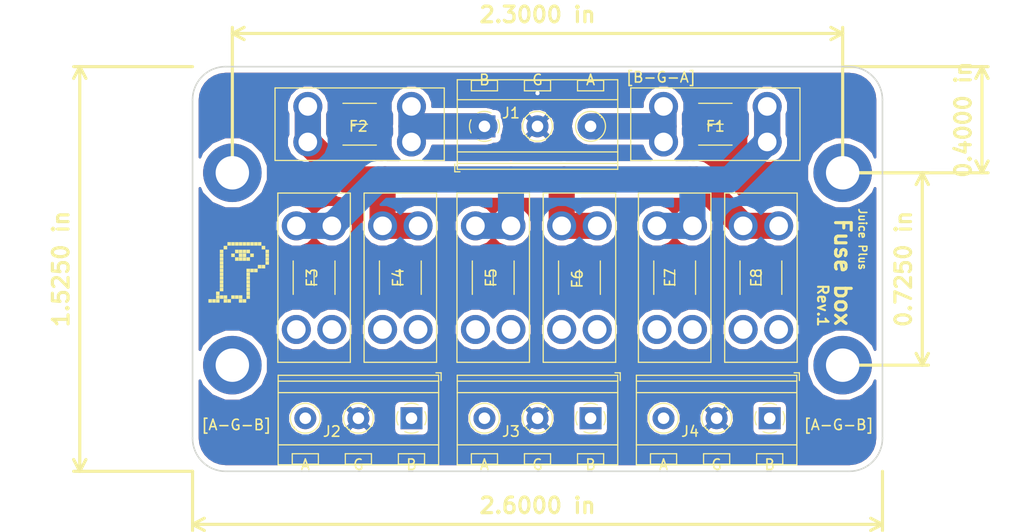
<source format=kicad_pcb>
(kicad_pcb (version 20171130) (host pcbnew 5.0.2+dfsg1-1)

  (general
    (thickness 1.6)
    (drawings 31)
    (tracks 111)
    (zones 0)
    (modules 17)
    (nets 12)
  )

  (page A4)
  (layers
    (0 F.Cu signal)
    (1 In1.Cu signal)
    (2 In2.Cu signal)
    (31 B.Cu signal)
    (32 B.Adhes user)
    (33 F.Adhes user)
    (34 B.Paste user)
    (35 F.Paste user)
    (36 B.SilkS user)
    (37 F.SilkS user)
    (38 B.Mask user)
    (39 F.Mask user)
    (40 Dwgs.User user)
    (41 Cmts.User user)
    (42 Eco1.User user)
    (43 Eco2.User user)
    (44 Edge.Cuts user)
    (45 Margin user)
    (46 B.CrtYd user)
    (47 F.CrtYd user)
    (48 B.Fab user)
    (49 F.Fab user)
  )

  (setup
    (last_trace_width 2.5)
    (trace_clearance 0.2)
    (zone_clearance 0.508)
    (zone_45_only no)
    (trace_min 0.2)
    (segment_width 0.2)
    (edge_width 0.15)
    (via_size 0.8)
    (via_drill 0.4)
    (via_min_size 0.4)
    (via_min_drill 0.3)
    (uvia_size 0.3)
    (uvia_drill 0.1)
    (uvias_allowed no)
    (uvia_min_size 0.2)
    (uvia_min_drill 0.1)
    (pcb_text_width 0.3)
    (pcb_text_size 1.5 1.5)
    (mod_edge_width 0.15)
    (mod_text_size 1 1)
    (mod_text_width 0.15)
    (pad_size 2.1 2.1)
    (pad_drill 1.1)
    (pad_to_mask_clearance 0.051)
    (solder_mask_min_width 0.25)
    (aux_axis_origin 0 0)
    (visible_elements FFFFFF7F)
    (pcbplotparams
      (layerselection 0x010fc_ffffffff)
      (usegerberextensions true)
      (usegerberattributes false)
      (usegerberadvancedattributes false)
      (creategerberjobfile false)
      (excludeedgelayer true)
      (linewidth 0.100000)
      (plotframeref false)
      (viasonmask false)
      (mode 1)
      (useauxorigin false)
      (hpglpennumber 1)
      (hpglpenspeed 20)
      (hpglpendiameter 15.000000)
      (psnegative false)
      (psa4output false)
      (plotreference true)
      (plotvalue true)
      (plotinvisibletext false)
      (padsonsilk false)
      (subtractmaskfromsilk true)
      (outputformat 1)
      (mirror false)
      (drillshape 0)
      (scaleselection 1)
      (outputdirectory "gerber/"))
  )

  (net 0 "")
  (net 1 "Net-(F1-Pad2)")
  (net 2 ACC)
  (net 3 "Net-(F2-Pad2)")
  (net 4 BATT)
  (net 5 "Net-(F3-Pad2)")
  (net 6 "Net-(F4-Pad2)")
  (net 7 "Net-(F5-Pad2)")
  (net 8 "Net-(F6-Pad2)")
  (net 9 "Net-(F7-Pad2)")
  (net 10 "Net-(F8-Pad2)")
  (net 11 GND)

  (net_class Default "This is the default net class."
    (clearance 0.2)
    (trace_width 2.5)
    (via_dia 0.8)
    (via_drill 0.4)
    (uvia_dia 0.3)
    (uvia_drill 0.1)
    (add_net ACC)
    (add_net BATT)
    (add_net GND)
    (add_net "Net-(F1-Pad2)")
    (add_net "Net-(F2-Pad2)")
    (add_net "Net-(F3-Pad2)")
    (add_net "Net-(F4-Pad2)")
    (add_net "Net-(F5-Pad2)")
    (add_net "Net-(F6-Pad2)")
    (add_net "Net-(F7-Pad2)")
    (add_net "Net-(F8-Pad2)")
  )

  (module Fuse:Fuseholder_Blade_Mini_Keystone_3568 (layer F.Cu) (tedit 5A1C891F) (tstamp 62907E21)
    (at 140.73 56.74 180)
    (descr "fuse holder, car blade fuse mini, http://www.keyelco.com/product-pdf.cfm?p=306")
    (tags "car blade fuse mini")
    (path /628F94BC)
    (fp_text reference F1 (at 4.96 1.495 180) (layer F.SilkS)
      (effects (font (size 1 1) (thickness 0.15)))
    )
    (fp_text value Fuse (at 4.96 6.07 180) (layer F.Fab)
      (effects (font (size 1 1) (thickness 0.15)))
    )
    (fp_line (start -3.04 -1.67) (end -3.04 5.07) (layer F.Fab) (width 0.1))
    (fp_line (start -3.04 5.07) (end 12.96 5.07) (layer F.Fab) (width 0.1))
    (fp_line (start 12.96 5.07) (end 12.96 -1.67) (layer F.Fab) (width 0.1))
    (fp_line (start 12.96 -1.67) (end -3.04 -1.67) (layer F.Fab) (width 0.1))
    (fp_line (start -3.14 -1.77) (end -3.14 5.17) (layer F.SilkS) (width 0.12))
    (fp_line (start -3.14 5.17) (end 13.06 5.17) (layer F.SilkS) (width 0.12))
    (fp_line (start 13.06 5.17) (end 13.06 -1.77) (layer F.SilkS) (width 0.12))
    (fp_line (start 13.06 -1.77) (end -3.14 -1.77) (layer F.SilkS) (width 0.12))
    (fp_line (start 4.21 1.7) (end 5.71 1.7) (layer F.SilkS) (width 0.12))
    (fp_line (start 6.56 3.7) (end 3.36 3.7) (layer F.SilkS) (width 0.12))
    (fp_line (start 3.36 -0.3) (end 6.56 -0.3) (layer F.SilkS) (width 0.12))
    (fp_line (start -3.29 -1.92) (end -3.29 5.32) (layer F.CrtYd) (width 0.05))
    (fp_line (start -3.29 5.32) (end 13.21 5.32) (layer F.CrtYd) (width 0.05))
    (fp_line (start 13.21 5.32) (end 13.21 -1.92) (layer F.CrtYd) (width 0.05))
    (fp_line (start 13.21 -1.92) (end -3.29 -1.92) (layer F.CrtYd) (width 0.05))
    (fp_text user %R (at 4.96 1.7 180) (layer F.Fab)
      (effects (font (size 1 1) (thickness 0.15)))
    )
    (pad 1 thru_hole circle (at 0 0 180) (size 2.78 2.78) (drill 1.78) (layers *.Cu *.Mask)
      (net 2 ACC))
    (pad 1 thru_hole circle (at 0 3.4 180) (size 2.78 2.78) (drill 1.78) (layers *.Cu *.Mask)
      (net 2 ACC))
    (pad 2 thru_hole circle (at 9.92 0 180) (size 2.78 2.78) (drill 1.78) (layers *.Cu *.Mask)
      (net 1 "Net-(F1-Pad2)"))
    (pad 2 thru_hole circle (at 9.92 3.4 180) (size 2.78 2.78) (drill 1.78) (layers *.Cu *.Mask)
      (net 1 "Net-(F1-Pad2)"))
    (model ${KISYS3DMOD}/Fuse.3dshapes/Fuseholder_Blade_Mini_Keystone_3568.wrl
      (offset (xyz 4.063999938964844 0 0))
      (scale (xyz 0.39 0.39 0.39))
      (rotate (xyz 0 0 0))
    )
  )

  (module Fuse:Fuseholder_Blade_Mini_Keystone_3568 (layer F.Cu) (tedit 5A1C891F) (tstamp 62907E39)
    (at 96.76 53.34)
    (descr "fuse holder, car blade fuse mini, http://www.keyelco.com/product-pdf.cfm?p=306")
    (tags "car blade fuse mini")
    (path /628F995C)
    (fp_text reference F2 (at 4.84 1.905) (layer F.SilkS)
      (effects (font (size 1 1) (thickness 0.15)))
    )
    (fp_text value Fuse (at 4.96 6.07) (layer F.Fab)
      (effects (font (size 1 1) (thickness 0.15)))
    )
    (fp_text user %R (at 4.96 1.7) (layer F.Fab)
      (effects (font (size 1 1) (thickness 0.15)))
    )
    (fp_line (start 13.21 -1.92) (end -3.29 -1.92) (layer F.CrtYd) (width 0.05))
    (fp_line (start 13.21 5.32) (end 13.21 -1.92) (layer F.CrtYd) (width 0.05))
    (fp_line (start -3.29 5.32) (end 13.21 5.32) (layer F.CrtYd) (width 0.05))
    (fp_line (start -3.29 -1.92) (end -3.29 5.32) (layer F.CrtYd) (width 0.05))
    (fp_line (start 3.36 -0.3) (end 6.56 -0.3) (layer F.SilkS) (width 0.12))
    (fp_line (start 6.56 3.7) (end 3.36 3.7) (layer F.SilkS) (width 0.12))
    (fp_line (start 4.21 1.7) (end 5.71 1.7) (layer F.SilkS) (width 0.12))
    (fp_line (start 13.06 -1.77) (end -3.14 -1.77) (layer F.SilkS) (width 0.12))
    (fp_line (start 13.06 5.17) (end 13.06 -1.77) (layer F.SilkS) (width 0.12))
    (fp_line (start -3.14 5.17) (end 13.06 5.17) (layer F.SilkS) (width 0.12))
    (fp_line (start -3.14 -1.77) (end -3.14 5.17) (layer F.SilkS) (width 0.12))
    (fp_line (start 12.96 -1.67) (end -3.04 -1.67) (layer F.Fab) (width 0.1))
    (fp_line (start 12.96 5.07) (end 12.96 -1.67) (layer F.Fab) (width 0.1))
    (fp_line (start -3.04 5.07) (end 12.96 5.07) (layer F.Fab) (width 0.1))
    (fp_line (start -3.04 -1.67) (end -3.04 5.07) (layer F.Fab) (width 0.1))
    (pad 2 thru_hole circle (at 9.92 3.4) (size 2.78 2.78) (drill 1.78) (layers *.Cu *.Mask)
      (net 3 "Net-(F2-Pad2)"))
    (pad 2 thru_hole circle (at 9.92 0) (size 2.78 2.78) (drill 1.78) (layers *.Cu *.Mask)
      (net 3 "Net-(F2-Pad2)"))
    (pad 1 thru_hole circle (at 0 3.4) (size 2.78 2.78) (drill 1.78) (layers *.Cu *.Mask)
      (net 4 BATT))
    (pad 1 thru_hole circle (at 0 0) (size 2.78 2.78) (drill 1.78) (layers *.Cu *.Mask)
      (net 4 BATT))
    (model ${KISYS3DMOD}/Fuse.3dshapes/Fuseholder_Blade_Mini_Keystone_3568.wrl
      (offset (xyz 4.063999938964844 0 0))
      (scale (xyz 0.39 0.39 0.39))
      (rotate (xyz 0 0 0))
    )
  )

  (module Fuse:Fuseholder_Blade_Mini_Keystone_3568 (layer F.Cu) (tedit 5A1C891F) (tstamp 62907E51)
    (at 99.06 64.77 270)
    (descr "fuse holder, car blade fuse mini, http://www.keyelco.com/product-pdf.cfm?p=306")
    (tags "car blade fuse mini")
    (path /628F9978)
    (fp_text reference F3 (at 4.96 1.905 270) (layer F.SilkS)
      (effects (font (size 1 1) (thickness 0.15)))
    )
    (fp_text value Fuse (at 4.96 6.07 270) (layer F.Fab)
      (effects (font (size 1 1) (thickness 0.15)))
    )
    (fp_line (start -3.04 -1.67) (end -3.04 5.07) (layer F.Fab) (width 0.1))
    (fp_line (start -3.04 5.07) (end 12.96 5.07) (layer F.Fab) (width 0.1))
    (fp_line (start 12.96 5.07) (end 12.96 -1.67) (layer F.Fab) (width 0.1))
    (fp_line (start 12.96 -1.67) (end -3.04 -1.67) (layer F.Fab) (width 0.1))
    (fp_line (start -3.14 -1.77) (end -3.14 5.17) (layer F.SilkS) (width 0.12))
    (fp_line (start -3.14 5.17) (end 13.06 5.17) (layer F.SilkS) (width 0.12))
    (fp_line (start 13.06 5.17) (end 13.06 -1.77) (layer F.SilkS) (width 0.12))
    (fp_line (start 13.06 -1.77) (end -3.14 -1.77) (layer F.SilkS) (width 0.12))
    (fp_line (start 4.21 1.7) (end 5.71 1.7) (layer F.SilkS) (width 0.12))
    (fp_line (start 6.56 3.7) (end 3.36 3.7) (layer F.SilkS) (width 0.12))
    (fp_line (start 3.36 -0.3) (end 6.56 -0.3) (layer F.SilkS) (width 0.12))
    (fp_line (start -3.29 -1.92) (end -3.29 5.32) (layer F.CrtYd) (width 0.05))
    (fp_line (start -3.29 5.32) (end 13.21 5.32) (layer F.CrtYd) (width 0.05))
    (fp_line (start 13.21 5.32) (end 13.21 -1.92) (layer F.CrtYd) (width 0.05))
    (fp_line (start 13.21 -1.92) (end -3.29 -1.92) (layer F.CrtYd) (width 0.05))
    (fp_text user %R (at 4.96 1.7 270) (layer F.Fab)
      (effects (font (size 1 1) (thickness 0.15)))
    )
    (pad 1 thru_hole circle (at 0 0 270) (size 2.78 2.78) (drill 1.78) (layers *.Cu *.Mask)
      (net 2 ACC))
    (pad 1 thru_hole circle (at 0 3.4 270) (size 2.78 2.78) (drill 1.78) (layers *.Cu *.Mask)
      (net 2 ACC))
    (pad 2 thru_hole circle (at 9.92 0 270) (size 2.78 2.78) (drill 1.78) (layers *.Cu *.Mask)
      (net 5 "Net-(F3-Pad2)"))
    (pad 2 thru_hole circle (at 9.92 3.4 270) (size 2.78 2.78) (drill 1.78) (layers *.Cu *.Mask)
      (net 5 "Net-(F3-Pad2)"))
    (model ${KISYS3DMOD}/Fuse.3dshapes/Fuseholder_Blade_Mini_Keystone_3568.wrl
      (offset (xyz 4.063999938964844 0 0))
      (scale (xyz 0.39 0.39 0.39))
      (rotate (xyz 0 0 0))
    )
  )

  (module Fuse:Fuseholder_Blade_Mini_Keystone_3568 (layer F.Cu) (tedit 5A1C891F) (tstamp 62907E69)
    (at 107.315 64.77 270)
    (descr "fuse holder, car blade fuse mini, http://www.keyelco.com/product-pdf.cfm?p=306")
    (tags "car blade fuse mini")
    (path /628F99B6)
    (fp_text reference F4 (at 4.96 1.905 270) (layer F.SilkS)
      (effects (font (size 1 1) (thickness 0.15)))
    )
    (fp_text value Fuse (at 4.96 6.07 270) (layer F.Fab)
      (effects (font (size 1 1) (thickness 0.15)))
    )
    (fp_text user %R (at 4.96 1.7 270) (layer F.Fab)
      (effects (font (size 1 1) (thickness 0.15)))
    )
    (fp_line (start 13.21 -1.92) (end -3.29 -1.92) (layer F.CrtYd) (width 0.05))
    (fp_line (start 13.21 5.32) (end 13.21 -1.92) (layer F.CrtYd) (width 0.05))
    (fp_line (start -3.29 5.32) (end 13.21 5.32) (layer F.CrtYd) (width 0.05))
    (fp_line (start -3.29 -1.92) (end -3.29 5.32) (layer F.CrtYd) (width 0.05))
    (fp_line (start 3.36 -0.3) (end 6.56 -0.3) (layer F.SilkS) (width 0.12))
    (fp_line (start 6.56 3.7) (end 3.36 3.7) (layer F.SilkS) (width 0.12))
    (fp_line (start 4.21 1.7) (end 5.71 1.7) (layer F.SilkS) (width 0.12))
    (fp_line (start 13.06 -1.77) (end -3.14 -1.77) (layer F.SilkS) (width 0.12))
    (fp_line (start 13.06 5.17) (end 13.06 -1.77) (layer F.SilkS) (width 0.12))
    (fp_line (start -3.14 5.17) (end 13.06 5.17) (layer F.SilkS) (width 0.12))
    (fp_line (start -3.14 -1.77) (end -3.14 5.17) (layer F.SilkS) (width 0.12))
    (fp_line (start 12.96 -1.67) (end -3.04 -1.67) (layer F.Fab) (width 0.1))
    (fp_line (start 12.96 5.07) (end 12.96 -1.67) (layer F.Fab) (width 0.1))
    (fp_line (start -3.04 5.07) (end 12.96 5.07) (layer F.Fab) (width 0.1))
    (fp_line (start -3.04 -1.67) (end -3.04 5.07) (layer F.Fab) (width 0.1))
    (pad 2 thru_hole circle (at 9.92 3.4 270) (size 2.78 2.78) (drill 1.78) (layers *.Cu *.Mask)
      (net 6 "Net-(F4-Pad2)"))
    (pad 2 thru_hole circle (at 9.92 0 270) (size 2.78 2.78) (drill 1.78) (layers *.Cu *.Mask)
      (net 6 "Net-(F4-Pad2)"))
    (pad 1 thru_hole circle (at 0 3.4 270) (size 2.78 2.78) (drill 1.78) (layers *.Cu *.Mask)
      (net 4 BATT))
    (pad 1 thru_hole circle (at 0 0 270) (size 2.78 2.78) (drill 1.78) (layers *.Cu *.Mask)
      (net 4 BATT))
    (model ${KISYS3DMOD}/Fuse.3dshapes/Fuseholder_Blade_Mini_Keystone_3568.wrl
      (offset (xyz 4.063999938964844 0 0))
      (scale (xyz 0.39 0.39 0.39))
      (rotate (xyz 0 0 0))
    )
  )

  (module Fuse:Fuseholder_Blade_Mini_Keystone_3568 (layer F.Cu) (tedit 5A1C891F) (tstamp 62907E81)
    (at 116.205 64.77 270)
    (descr "fuse holder, car blade fuse mini, http://www.keyelco.com/product-pdf.cfm?p=306")
    (tags "car blade fuse mini")
    (path /628F99D6)
    (fp_text reference F5 (at 4.96 1.905 270) (layer F.SilkS)
      (effects (font (size 1 1) (thickness 0.15)))
    )
    (fp_text value Fuse (at 4.96 6.07 270) (layer F.Fab)
      (effects (font (size 1 1) (thickness 0.15)))
    )
    (fp_line (start -3.04 -1.67) (end -3.04 5.07) (layer F.Fab) (width 0.1))
    (fp_line (start -3.04 5.07) (end 12.96 5.07) (layer F.Fab) (width 0.1))
    (fp_line (start 12.96 5.07) (end 12.96 -1.67) (layer F.Fab) (width 0.1))
    (fp_line (start 12.96 -1.67) (end -3.04 -1.67) (layer F.Fab) (width 0.1))
    (fp_line (start -3.14 -1.77) (end -3.14 5.17) (layer F.SilkS) (width 0.12))
    (fp_line (start -3.14 5.17) (end 13.06 5.17) (layer F.SilkS) (width 0.12))
    (fp_line (start 13.06 5.17) (end 13.06 -1.77) (layer F.SilkS) (width 0.12))
    (fp_line (start 13.06 -1.77) (end -3.14 -1.77) (layer F.SilkS) (width 0.12))
    (fp_line (start 4.21 1.7) (end 5.71 1.7) (layer F.SilkS) (width 0.12))
    (fp_line (start 6.56 3.7) (end 3.36 3.7) (layer F.SilkS) (width 0.12))
    (fp_line (start 3.36 -0.3) (end 6.56 -0.3) (layer F.SilkS) (width 0.12))
    (fp_line (start -3.29 -1.92) (end -3.29 5.32) (layer F.CrtYd) (width 0.05))
    (fp_line (start -3.29 5.32) (end 13.21 5.32) (layer F.CrtYd) (width 0.05))
    (fp_line (start 13.21 5.32) (end 13.21 -1.92) (layer F.CrtYd) (width 0.05))
    (fp_line (start 13.21 -1.92) (end -3.29 -1.92) (layer F.CrtYd) (width 0.05))
    (fp_text user %R (at 4.96 1.7 270) (layer F.Fab)
      (effects (font (size 1 1) (thickness 0.15)))
    )
    (pad 1 thru_hole circle (at 0 0 270) (size 2.78 2.78) (drill 1.78) (layers *.Cu *.Mask)
      (net 2 ACC))
    (pad 1 thru_hole circle (at 0 3.4 270) (size 2.78 2.78) (drill 1.78) (layers *.Cu *.Mask)
      (net 2 ACC))
    (pad 2 thru_hole circle (at 9.92 0 270) (size 2.78 2.78) (drill 1.78) (layers *.Cu *.Mask)
      (net 7 "Net-(F5-Pad2)"))
    (pad 2 thru_hole circle (at 9.92 3.4 270) (size 2.78 2.78) (drill 1.78) (layers *.Cu *.Mask)
      (net 7 "Net-(F5-Pad2)"))
    (model ${KISYS3DMOD}/Fuse.3dshapes/Fuseholder_Blade_Mini_Keystone_3568.wrl
      (offset (xyz 4.063999938964844 0 0))
      (scale (xyz 0.39 0.39 0.39))
      (rotate (xyz 0 0 0))
    )
  )

  (module Fuse:Fuseholder_Blade_Mini_Keystone_3568 (layer F.Cu) (tedit 5A1C891F) (tstamp 62907E99)
    (at 124.46 64.77 270)
    (descr "fuse holder, car blade fuse mini, http://www.keyelco.com/product-pdf.cfm?p=306")
    (tags "car blade fuse mini")
    (path /628F9A06)
    (fp_text reference F6 (at 5.08 1.905 270) (layer F.SilkS)
      (effects (font (size 1 1) (thickness 0.15)))
    )
    (fp_text value Fuse (at 4.96 6.07 270) (layer F.Fab)
      (effects (font (size 1 1) (thickness 0.15)))
    )
    (fp_text user %R (at 4.96 1.7 270) (layer F.Fab)
      (effects (font (size 1 1) (thickness 0.15)))
    )
    (fp_line (start 13.21 -1.92) (end -3.29 -1.92) (layer F.CrtYd) (width 0.05))
    (fp_line (start 13.21 5.32) (end 13.21 -1.92) (layer F.CrtYd) (width 0.05))
    (fp_line (start -3.29 5.32) (end 13.21 5.32) (layer F.CrtYd) (width 0.05))
    (fp_line (start -3.29 -1.92) (end -3.29 5.32) (layer F.CrtYd) (width 0.05))
    (fp_line (start 3.36 -0.3) (end 6.56 -0.3) (layer F.SilkS) (width 0.12))
    (fp_line (start 6.56 3.7) (end 3.36 3.7) (layer F.SilkS) (width 0.12))
    (fp_line (start 4.21 1.7) (end 5.71 1.7) (layer F.SilkS) (width 0.12))
    (fp_line (start 13.06 -1.77) (end -3.14 -1.77) (layer F.SilkS) (width 0.12))
    (fp_line (start 13.06 5.17) (end 13.06 -1.77) (layer F.SilkS) (width 0.12))
    (fp_line (start -3.14 5.17) (end 13.06 5.17) (layer F.SilkS) (width 0.12))
    (fp_line (start -3.14 -1.77) (end -3.14 5.17) (layer F.SilkS) (width 0.12))
    (fp_line (start 12.96 -1.67) (end -3.04 -1.67) (layer F.Fab) (width 0.1))
    (fp_line (start 12.96 5.07) (end 12.96 -1.67) (layer F.Fab) (width 0.1))
    (fp_line (start -3.04 5.07) (end 12.96 5.07) (layer F.Fab) (width 0.1))
    (fp_line (start -3.04 -1.67) (end -3.04 5.07) (layer F.Fab) (width 0.1))
    (pad 2 thru_hole circle (at 9.92 3.4 270) (size 2.78 2.78) (drill 1.78) (layers *.Cu *.Mask)
      (net 8 "Net-(F6-Pad2)"))
    (pad 2 thru_hole circle (at 9.92 0 270) (size 2.78 2.78) (drill 1.78) (layers *.Cu *.Mask)
      (net 8 "Net-(F6-Pad2)"))
    (pad 1 thru_hole circle (at 0 3.4 270) (size 2.78 2.78) (drill 1.78) (layers *.Cu *.Mask)
      (net 4 BATT))
    (pad 1 thru_hole circle (at 0 0 270) (size 2.78 2.78) (drill 1.78) (layers *.Cu *.Mask)
      (net 4 BATT))
    (model ${KISYS3DMOD}/Fuse.3dshapes/Fuseholder_Blade_Mini_Keystone_3568.wrl
      (offset (xyz 4.063999938964844 0 0))
      (scale (xyz 0.39 0.39 0.39))
      (rotate (xyz 0 0 0))
    )
  )

  (module Fuse:Fuseholder_Blade_Mini_Keystone_3568 (layer F.Cu) (tedit 5A1C891F) (tstamp 62907EB1)
    (at 133.575 64.77 270)
    (descr "fuse holder, car blade fuse mini, http://www.keyelco.com/product-pdf.cfm?p=306")
    (tags "car blade fuse mini")
    (path /628F9A2A)
    (fp_text reference F7 (at 4.96 2.13 270) (layer F.SilkS)
      (effects (font (size 1 1) (thickness 0.15)))
    )
    (fp_text value Fuse (at 4.96 6.07 270) (layer F.Fab)
      (effects (font (size 1 1) (thickness 0.15)))
    )
    (fp_line (start -3.04 -1.67) (end -3.04 5.07) (layer F.Fab) (width 0.1))
    (fp_line (start -3.04 5.07) (end 12.96 5.07) (layer F.Fab) (width 0.1))
    (fp_line (start 12.96 5.07) (end 12.96 -1.67) (layer F.Fab) (width 0.1))
    (fp_line (start 12.96 -1.67) (end -3.04 -1.67) (layer F.Fab) (width 0.1))
    (fp_line (start -3.14 -1.77) (end -3.14 5.17) (layer F.SilkS) (width 0.12))
    (fp_line (start -3.14 5.17) (end 13.06 5.17) (layer F.SilkS) (width 0.12))
    (fp_line (start 13.06 5.17) (end 13.06 -1.77) (layer F.SilkS) (width 0.12))
    (fp_line (start 13.06 -1.77) (end -3.14 -1.77) (layer F.SilkS) (width 0.12))
    (fp_line (start 4.21 1.7) (end 5.71 1.7) (layer F.SilkS) (width 0.12))
    (fp_line (start 6.56 3.7) (end 3.36 3.7) (layer F.SilkS) (width 0.12))
    (fp_line (start 3.36 -0.3) (end 6.56 -0.3) (layer F.SilkS) (width 0.12))
    (fp_line (start -3.29 -1.92) (end -3.29 5.32) (layer F.CrtYd) (width 0.05))
    (fp_line (start -3.29 5.32) (end 13.21 5.32) (layer F.CrtYd) (width 0.05))
    (fp_line (start 13.21 5.32) (end 13.21 -1.92) (layer F.CrtYd) (width 0.05))
    (fp_line (start 13.21 -1.92) (end -3.29 -1.92) (layer F.CrtYd) (width 0.05))
    (fp_text user %R (at 4.96 1.7 270) (layer F.Fab)
      (effects (font (size 1 1) (thickness 0.15)))
    )
    (pad 1 thru_hole circle (at 0 0 270) (size 2.78 2.78) (drill 1.78) (layers *.Cu *.Mask)
      (net 2 ACC))
    (pad 1 thru_hole circle (at 0 3.4 270) (size 2.78 2.78) (drill 1.78) (layers *.Cu *.Mask)
      (net 2 ACC))
    (pad 2 thru_hole circle (at 9.92 0 270) (size 2.78 2.78) (drill 1.78) (layers *.Cu *.Mask)
      (net 9 "Net-(F7-Pad2)"))
    (pad 2 thru_hole circle (at 9.92 3.4 270) (size 2.78 2.78) (drill 1.78) (layers *.Cu *.Mask)
      (net 9 "Net-(F7-Pad2)"))
    (model ${KISYS3DMOD}/Fuse.3dshapes/Fuseholder_Blade_Mini_Keystone_3568.wrl
      (offset (xyz 4.063999938964844 0 0))
      (scale (xyz 0.39 0.39 0.39))
      (rotate (xyz 0 0 0))
    )
  )

  (module Fuse:Fuseholder_Blade_Mini_Keystone_3568 (layer F.Cu) (tedit 5A1C891F) (tstamp 62907EC9)
    (at 141.83 64.77 270)
    (descr "fuse holder, car blade fuse mini, http://www.keyelco.com/product-pdf.cfm?p=306")
    (tags "car blade fuse mini")
    (path /628F9A62)
    (fp_text reference F8 (at 4.96 2.13 270) (layer F.SilkS)
      (effects (font (size 1 1) (thickness 0.15)))
    )
    (fp_text value Fuse (at 4.96 6.07 270) (layer F.Fab)
      (effects (font (size 1 1) (thickness 0.15)))
    )
    (fp_text user %R (at 4.96 1.7 270) (layer F.Fab)
      (effects (font (size 1 1) (thickness 0.15)))
    )
    (fp_line (start 13.21 -1.92) (end -3.29 -1.92) (layer F.CrtYd) (width 0.05))
    (fp_line (start 13.21 5.32) (end 13.21 -1.92) (layer F.CrtYd) (width 0.05))
    (fp_line (start -3.29 5.32) (end 13.21 5.32) (layer F.CrtYd) (width 0.05))
    (fp_line (start -3.29 -1.92) (end -3.29 5.32) (layer F.CrtYd) (width 0.05))
    (fp_line (start 3.36 -0.3) (end 6.56 -0.3) (layer F.SilkS) (width 0.12))
    (fp_line (start 6.56 3.7) (end 3.36 3.7) (layer F.SilkS) (width 0.12))
    (fp_line (start 4.21 1.7) (end 5.71 1.7) (layer F.SilkS) (width 0.12))
    (fp_line (start 13.06 -1.77) (end -3.14 -1.77) (layer F.SilkS) (width 0.12))
    (fp_line (start 13.06 5.17) (end 13.06 -1.77) (layer F.SilkS) (width 0.12))
    (fp_line (start -3.14 5.17) (end 13.06 5.17) (layer F.SilkS) (width 0.12))
    (fp_line (start -3.14 -1.77) (end -3.14 5.17) (layer F.SilkS) (width 0.12))
    (fp_line (start 12.96 -1.67) (end -3.04 -1.67) (layer F.Fab) (width 0.1))
    (fp_line (start 12.96 5.07) (end 12.96 -1.67) (layer F.Fab) (width 0.1))
    (fp_line (start -3.04 5.07) (end 12.96 5.07) (layer F.Fab) (width 0.1))
    (fp_line (start -3.04 -1.67) (end -3.04 5.07) (layer F.Fab) (width 0.1))
    (pad 2 thru_hole circle (at 9.92 3.4 270) (size 2.78 2.78) (drill 1.78) (layers *.Cu *.Mask)
      (net 10 "Net-(F8-Pad2)"))
    (pad 2 thru_hole circle (at 9.92 0 270) (size 2.78 2.78) (drill 1.78) (layers *.Cu *.Mask)
      (net 10 "Net-(F8-Pad2)"))
    (pad 1 thru_hole circle (at 0 3.4 270) (size 2.78 2.78) (drill 1.78) (layers *.Cu *.Mask)
      (net 4 BATT))
    (pad 1 thru_hole circle (at 0 0 270) (size 2.78 2.78) (drill 1.78) (layers *.Cu *.Mask)
      (net 4 BATT))
    (model ${KISYS3DMOD}/Fuse.3dshapes/Fuseholder_Blade_Mini_Keystone_3568.wrl
      (offset (xyz 4.063999938964844 0 0))
      (scale (xyz 0.39 0.39 0.39))
      (rotate (xyz 0 0 0))
    )
  )

  (module TerminalBlock_RND:TerminalBlock_RND_205-00233_1x03_P5.08mm_Horizontal (layer F.Cu) (tedit 628F9B51) (tstamp 62907F16)
    (at 113.665 55.245)
    (descr "terminal block RND 205-00233, 3 pins, pitch 5.08mm, size 15.2x8.45mm^2, drill diamater 1.1mm, pad diameter 2.1mm, see http://cdn-reichelt.de/documents/datenblatt/C151/RND_205-00232_DB_EN.pdf, script-generated using https://github.com/pointhi/kicad-footprint-generator/scripts/TerminalBlock_RND")
    (tags "THT terminal block RND 205-00233 pitch 5.08mm size 15.2x8.45mm^2 drill 1.1mm pad 2.1mm")
    (path /628F9224)
    (fp_text reference J1 (at 2.54 -1.27) (layer F.SilkS)
      (effects (font (size 1 1) (thickness 0.15)))
    )
    (fp_text value Conn_01x03_Female (at 5.08 5.11) (layer F.Fab)
      (effects (font (size 1 1) (thickness 0.15)))
    )
    (fp_arc (start 0 0) (end 0 1.43) (angle -26) (layer F.SilkS) (width 0.12))
    (fp_arc (start 0 0) (end 1.286 0.627) (angle -52) (layer F.SilkS) (width 0.12))
    (fp_arc (start 0 0) (end 0.627 -1.286) (angle -52) (layer F.SilkS) (width 0.12))
    (fp_arc (start 0 0) (end -1.286 -0.628) (angle -52) (layer F.SilkS) (width 0.12))
    (fp_arc (start 0 0) (end -0.628 1.286) (angle -27) (layer F.SilkS) (width 0.12))
    (fp_circle (center 0 0) (end 1.25 0) (layer F.Fab) (width 0.1))
    (fp_circle (center 5.08 0) (end 6.33 0) (layer F.Fab) (width 0.1))
    (fp_circle (center 5.08 0) (end 6.51 0) (layer F.SilkS) (width 0.12))
    (fp_circle (center 10.16 0) (end 11.41 0) (layer F.Fab) (width 0.1))
    (fp_circle (center 10.16 0) (end 11.59 0) (layer F.SilkS) (width 0.12))
    (fp_line (start -2.54 -4.4) (end 12.7 -4.4) (layer F.Fab) (width 0.1))
    (fp_line (start 12.7 -4.4) (end 12.7 4.05) (layer F.Fab) (width 0.1))
    (fp_line (start 12.7 4.05) (end -2.04 4.05) (layer F.Fab) (width 0.1))
    (fp_line (start -2.04 4.05) (end -2.54 3.55) (layer F.Fab) (width 0.1))
    (fp_line (start -2.54 3.55) (end -2.54 -4.4) (layer F.Fab) (width 0.1))
    (fp_line (start -2.54 3.55) (end 12.7 3.55) (layer F.Fab) (width 0.1))
    (fp_line (start -2.6 3.55) (end 12.76 3.55) (layer F.SilkS) (width 0.12))
    (fp_line (start -2.54 2.45) (end 12.7 2.45) (layer F.Fab) (width 0.1))
    (fp_line (start -2.6 2.45) (end 12.76 2.45) (layer F.SilkS) (width 0.12))
    (fp_line (start -2.54 -2.55) (end 12.7 -2.55) (layer F.Fab) (width 0.1))
    (fp_line (start -2.6 -2.55) (end 12.76 -2.55) (layer F.SilkS) (width 0.12))
    (fp_line (start -2.6 -4.46) (end 12.76 -4.46) (layer F.SilkS) (width 0.12))
    (fp_line (start -2.6 4.11) (end 12.76 4.11) (layer F.SilkS) (width 0.12))
    (fp_line (start -2.6 -4.46) (end -2.6 4.11) (layer F.SilkS) (width 0.12))
    (fp_line (start 12.76 -4.46) (end 12.76 4.11) (layer F.SilkS) (width 0.12))
    (fp_line (start 0.949 -0.796) (end -0.796 0.948) (layer F.Fab) (width 0.1))
    (fp_line (start 0.796 -0.948) (end -0.949 0.796) (layer F.Fab) (width 0.1))
    (fp_line (start -1.25 -4.4) (end -1.25 -3.4) (layer F.Fab) (width 0.1))
    (fp_line (start -1.25 -3.4) (end 1.25 -3.4) (layer F.Fab) (width 0.1))
    (fp_line (start 1.25 -3.4) (end 1.25 -4.4) (layer F.Fab) (width 0.1))
    (fp_line (start 1.25 -4.4) (end -1.25 -4.4) (layer F.Fab) (width 0.1))
    (fp_line (start -1.25 -4.4) (end 1.25 -4.4) (layer F.SilkS) (width 0.12))
    (fp_line (start -1.25 -3.4) (end 1.25 -3.4) (layer F.SilkS) (width 0.12))
    (fp_line (start -1.25 -4.4) (end -1.25 -3.4) (layer F.SilkS) (width 0.12))
    (fp_line (start 1.25 -4.4) (end 1.25 -3.4) (layer F.SilkS) (width 0.12))
    (fp_line (start 6.029 -0.796) (end 4.285 0.948) (layer F.Fab) (width 0.1))
    (fp_line (start 5.876 -0.948) (end 4.132 0.796) (layer F.Fab) (width 0.1))
    (fp_line (start 6.165 -0.91) (end 6.105 -0.851) (layer F.SilkS) (width 0.12))
    (fp_line (start 4.21 1.045) (end 4.17 1.085) (layer F.SilkS) (width 0.12))
    (fp_line (start 5.991 -1.085) (end 5.951 -1.045) (layer F.SilkS) (width 0.12))
    (fp_line (start 4.056 0.85) (end 3.996 0.91) (layer F.SilkS) (width 0.12))
    (fp_line (start 3.83 -4.4) (end 3.83 -3.4) (layer F.Fab) (width 0.1))
    (fp_line (start 3.83 -3.4) (end 6.33 -3.4) (layer F.Fab) (width 0.1))
    (fp_line (start 6.33 -3.4) (end 6.33 -4.4) (layer F.Fab) (width 0.1))
    (fp_line (start 6.33 -4.4) (end 3.83 -4.4) (layer F.Fab) (width 0.1))
    (fp_line (start 3.83 -4.4) (end 6.33 -4.4) (layer F.SilkS) (width 0.12))
    (fp_line (start 3.83 -3.4) (end 6.33 -3.4) (layer F.SilkS) (width 0.12))
    (fp_line (start 3.83 -4.4) (end 3.83 -3.4) (layer F.SilkS) (width 0.12))
    (fp_line (start 6.33 -4.4) (end 6.33 -3.4) (layer F.SilkS) (width 0.12))
    (fp_line (start 11.109 -0.796) (end 9.365 0.948) (layer F.Fab) (width 0.1))
    (fp_line (start 10.956 -0.948) (end 9.212 0.796) (layer F.Fab) (width 0.1))
    (fp_line (start 11.245 -0.91) (end 11.185 -0.851) (layer F.SilkS) (width 0.12))
    (fp_line (start 9.29 1.045) (end 9.25 1.085) (layer F.SilkS) (width 0.12))
    (fp_line (start 11.071 -1.085) (end 11.031 -1.045) (layer F.SilkS) (width 0.12))
    (fp_line (start 9.136 0.85) (end 9.076 0.91) (layer F.SilkS) (width 0.12))
    (fp_line (start 8.91 -4.4) (end 8.91 -3.4) (layer F.Fab) (width 0.1))
    (fp_line (start 8.91 -3.4) (end 11.41 -3.4) (layer F.Fab) (width 0.1))
    (fp_line (start 11.41 -3.4) (end 11.41 -4.4) (layer F.Fab) (width 0.1))
    (fp_line (start 11.41 -4.4) (end 8.91 -4.4) (layer F.Fab) (width 0.1))
    (fp_line (start 8.91 -4.4) (end 11.41 -4.4) (layer F.SilkS) (width 0.12))
    (fp_line (start 8.91 -3.4) (end 11.41 -3.4) (layer F.SilkS) (width 0.12))
    (fp_line (start 8.91 -4.4) (end 8.91 -3.4) (layer F.SilkS) (width 0.12))
    (fp_line (start 11.41 -4.4) (end 11.41 -3.4) (layer F.SilkS) (width 0.12))
    (fp_line (start -2.84 3.61) (end -2.84 4.35) (layer F.SilkS) (width 0.12))
    (fp_line (start -2.84 4.35) (end -2.34 4.35) (layer F.SilkS) (width 0.12))
    (fp_line (start -3.04 -4.9) (end -3.04 4.55) (layer F.CrtYd) (width 0.05))
    (fp_line (start -3.04 4.55) (end 13.21 4.55) (layer F.CrtYd) (width 0.05))
    (fp_line (start 13.21 4.55) (end 13.21 -4.9) (layer F.CrtYd) (width 0.05))
    (fp_line (start 13.21 -4.9) (end -3.04 -4.9) (layer F.CrtYd) (width 0.05))
    (fp_text user %R (at 5.08 -5.46) (layer F.Fab)
      (effects (font (size 1 1) (thickness 0.15)))
    )
    (pad 1 thru_hole rect (at 0 0) (size 2.1 2.1) (drill 1.1) (layers *.Cu *.Mask)
      (net 3 "Net-(F2-Pad2)"))
    (pad 2 thru_hole circle (at 5.08 0) (size 2.1 2.1) (drill 1.1) (layers *.Cu *.Mask)
      (net 11 GND))
    (pad 3 thru_hole circle (at 10.16 0) (size 2.1 2.1) (drill 1.1) (layers *.Cu *.Mask)
      (net 1 "Net-(F1-Pad2)"))
    (model ${KISYS3DMOD}/TerminalBlock_RND.3dshapes/TerminalBlock_RND_205-00233_1x03_P5.08mm_Horizontal.wrl
      (at (xyz 0 0 0))
      (scale (xyz 1 1 1))
      (rotate (xyz 0 0 0))
    )
  )

  (module TerminalBlock_RND:TerminalBlock_RND_205-00233_1x03_P5.08mm_Horizontal (layer F.Cu) (tedit 5B294F40) (tstamp 62907F63)
    (at 106.68 83.185 180)
    (descr "terminal block RND 205-00233, 3 pins, pitch 5.08mm, size 15.2x8.45mm^2, drill diamater 1.1mm, pad diameter 2.1mm, see http://cdn-reichelt.de/documents/datenblatt/C151/RND_205-00232_DB_EN.pdf, script-generated using https://github.com/pointhi/kicad-footprint-generator/scripts/TerminalBlock_RND")
    (tags "THT terminal block RND 205-00233 pitch 5.08mm size 15.2x8.45mm^2 drill 1.1mm pad 2.1mm")
    (path /628F96FC)
    (fp_text reference J2 (at 7.62 -1.27 180) (layer F.SilkS)
      (effects (font (size 1 1) (thickness 0.15)))
    )
    (fp_text value Conn_01x03_Female (at 5.08 5.11 180) (layer F.Fab)
      (effects (font (size 1 1) (thickness 0.15)))
    )
    (fp_text user %R (at 5.08 -5.46 180) (layer F.Fab)
      (effects (font (size 1 1) (thickness 0.15)))
    )
    (fp_line (start 13.21 -4.9) (end -3.04 -4.9) (layer F.CrtYd) (width 0.05))
    (fp_line (start 13.21 4.55) (end 13.21 -4.9) (layer F.CrtYd) (width 0.05))
    (fp_line (start -3.04 4.55) (end 13.21 4.55) (layer F.CrtYd) (width 0.05))
    (fp_line (start -3.04 -4.9) (end -3.04 4.55) (layer F.CrtYd) (width 0.05))
    (fp_line (start -2.84 4.35) (end -2.34 4.35) (layer F.SilkS) (width 0.12))
    (fp_line (start -2.84 3.61) (end -2.84 4.35) (layer F.SilkS) (width 0.12))
    (fp_line (start 11.41 -4.4) (end 11.41 -3.4) (layer F.SilkS) (width 0.12))
    (fp_line (start 8.91 -4.4) (end 8.91 -3.4) (layer F.SilkS) (width 0.12))
    (fp_line (start 8.91 -3.4) (end 11.41 -3.4) (layer F.SilkS) (width 0.12))
    (fp_line (start 8.91 -4.4) (end 11.41 -4.4) (layer F.SilkS) (width 0.12))
    (fp_line (start 11.41 -4.4) (end 8.91 -4.4) (layer F.Fab) (width 0.1))
    (fp_line (start 11.41 -3.4) (end 11.41 -4.4) (layer F.Fab) (width 0.1))
    (fp_line (start 8.91 -3.4) (end 11.41 -3.4) (layer F.Fab) (width 0.1))
    (fp_line (start 8.91 -4.4) (end 8.91 -3.4) (layer F.Fab) (width 0.1))
    (fp_line (start 9.136 0.85) (end 9.076 0.91) (layer F.SilkS) (width 0.12))
    (fp_line (start 11.071 -1.085) (end 11.031 -1.045) (layer F.SilkS) (width 0.12))
    (fp_line (start 9.29 1.045) (end 9.25 1.085) (layer F.SilkS) (width 0.12))
    (fp_line (start 11.245 -0.91) (end 11.185 -0.851) (layer F.SilkS) (width 0.12))
    (fp_line (start 10.956 -0.948) (end 9.212 0.796) (layer F.Fab) (width 0.1))
    (fp_line (start 11.109 -0.796) (end 9.365 0.948) (layer F.Fab) (width 0.1))
    (fp_line (start 6.33 -4.4) (end 6.33 -3.4) (layer F.SilkS) (width 0.12))
    (fp_line (start 3.83 -4.4) (end 3.83 -3.4) (layer F.SilkS) (width 0.12))
    (fp_line (start 3.83 -3.4) (end 6.33 -3.4) (layer F.SilkS) (width 0.12))
    (fp_line (start 3.83 -4.4) (end 6.33 -4.4) (layer F.SilkS) (width 0.12))
    (fp_line (start 6.33 -4.4) (end 3.83 -4.4) (layer F.Fab) (width 0.1))
    (fp_line (start 6.33 -3.4) (end 6.33 -4.4) (layer F.Fab) (width 0.1))
    (fp_line (start 3.83 -3.4) (end 6.33 -3.4) (layer F.Fab) (width 0.1))
    (fp_line (start 3.83 -4.4) (end 3.83 -3.4) (layer F.Fab) (width 0.1))
    (fp_line (start 4.056 0.85) (end 3.996 0.91) (layer F.SilkS) (width 0.12))
    (fp_line (start 5.991 -1.085) (end 5.951 -1.045) (layer F.SilkS) (width 0.12))
    (fp_line (start 4.21 1.045) (end 4.17 1.085) (layer F.SilkS) (width 0.12))
    (fp_line (start 6.165 -0.91) (end 6.105 -0.851) (layer F.SilkS) (width 0.12))
    (fp_line (start 5.876 -0.948) (end 4.132 0.796) (layer F.Fab) (width 0.1))
    (fp_line (start 6.029 -0.796) (end 4.285 0.948) (layer F.Fab) (width 0.1))
    (fp_line (start 1.25 -4.4) (end 1.25 -3.4) (layer F.SilkS) (width 0.12))
    (fp_line (start -1.25 -4.4) (end -1.25 -3.4) (layer F.SilkS) (width 0.12))
    (fp_line (start -1.25 -3.4) (end 1.25 -3.4) (layer F.SilkS) (width 0.12))
    (fp_line (start -1.25 -4.4) (end 1.25 -4.4) (layer F.SilkS) (width 0.12))
    (fp_line (start 1.25 -4.4) (end -1.25 -4.4) (layer F.Fab) (width 0.1))
    (fp_line (start 1.25 -3.4) (end 1.25 -4.4) (layer F.Fab) (width 0.1))
    (fp_line (start -1.25 -3.4) (end 1.25 -3.4) (layer F.Fab) (width 0.1))
    (fp_line (start -1.25 -4.4) (end -1.25 -3.4) (layer F.Fab) (width 0.1))
    (fp_line (start 0.796 -0.948) (end -0.949 0.796) (layer F.Fab) (width 0.1))
    (fp_line (start 0.949 -0.796) (end -0.796 0.948) (layer F.Fab) (width 0.1))
    (fp_line (start 12.76 -4.46) (end 12.76 4.11) (layer F.SilkS) (width 0.12))
    (fp_line (start -2.6 -4.46) (end -2.6 4.11) (layer F.SilkS) (width 0.12))
    (fp_line (start -2.6 4.11) (end 12.76 4.11) (layer F.SilkS) (width 0.12))
    (fp_line (start -2.6 -4.46) (end 12.76 -4.46) (layer F.SilkS) (width 0.12))
    (fp_line (start -2.6 -2.55) (end 12.76 -2.55) (layer F.SilkS) (width 0.12))
    (fp_line (start -2.54 -2.55) (end 12.7 -2.55) (layer F.Fab) (width 0.1))
    (fp_line (start -2.6 2.45) (end 12.76 2.45) (layer F.SilkS) (width 0.12))
    (fp_line (start -2.54 2.45) (end 12.7 2.45) (layer F.Fab) (width 0.1))
    (fp_line (start -2.6 3.55) (end 12.76 3.55) (layer F.SilkS) (width 0.12))
    (fp_line (start -2.54 3.55) (end 12.7 3.55) (layer F.Fab) (width 0.1))
    (fp_line (start -2.54 3.55) (end -2.54 -4.4) (layer F.Fab) (width 0.1))
    (fp_line (start -2.04 4.05) (end -2.54 3.55) (layer F.Fab) (width 0.1))
    (fp_line (start 12.7 4.05) (end -2.04 4.05) (layer F.Fab) (width 0.1))
    (fp_line (start 12.7 -4.4) (end 12.7 4.05) (layer F.Fab) (width 0.1))
    (fp_line (start -2.54 -4.4) (end 12.7 -4.4) (layer F.Fab) (width 0.1))
    (fp_circle (center 10.16 0) (end 11.59 0) (layer F.SilkS) (width 0.12))
    (fp_circle (center 10.16 0) (end 11.41 0) (layer F.Fab) (width 0.1))
    (fp_circle (center 5.08 0) (end 6.51 0) (layer F.SilkS) (width 0.12))
    (fp_circle (center 5.08 0) (end 6.33 0) (layer F.Fab) (width 0.1))
    (fp_circle (center 0 0) (end 1.25 0) (layer F.Fab) (width 0.1))
    (fp_arc (start 0 0) (end -0.628 1.286) (angle -27) (layer F.SilkS) (width 0.12))
    (fp_arc (start 0 0) (end -1.286 -0.628) (angle -52) (layer F.SilkS) (width 0.12))
    (fp_arc (start 0 0) (end 0.627 -1.286) (angle -52) (layer F.SilkS) (width 0.12))
    (fp_arc (start 0 0) (end 1.286 0.627) (angle -52) (layer F.SilkS) (width 0.12))
    (fp_arc (start 0 0) (end 0 1.43) (angle -26) (layer F.SilkS) (width 0.12))
    (pad 3 thru_hole circle (at 10.16 0 180) (size 2.1 2.1) (drill 1.1) (layers *.Cu *.Mask)
      (net 5 "Net-(F3-Pad2)"))
    (pad 2 thru_hole circle (at 5.08 0 180) (size 2.1 2.1) (drill 1.1) (layers *.Cu *.Mask)
      (net 11 GND))
    (pad 1 thru_hole rect (at 0 0 180) (size 2.1 2.1) (drill 1.1) (layers *.Cu *.Mask)
      (net 6 "Net-(F4-Pad2)"))
    (model ${KISYS3DMOD}/TerminalBlock_RND.3dshapes/TerminalBlock_RND_205-00233_1x03_P5.08mm_Horizontal.wrl
      (at (xyz 0 0 0))
      (scale (xyz 1 1 1))
      (rotate (xyz 0 0 0))
    )
  )

  (module TerminalBlock_RND:TerminalBlock_RND_205-00233_1x03_P5.08mm_Horizontal (layer F.Cu) (tedit 5B294F40) (tstamp 62907FB0)
    (at 123.825 83.185 180)
    (descr "terminal block RND 205-00233, 3 pins, pitch 5.08mm, size 15.2x8.45mm^2, drill diamater 1.1mm, pad diameter 2.1mm, see http://cdn-reichelt.de/documents/datenblatt/C151/RND_205-00232_DB_EN.pdf, script-generated using https://github.com/pointhi/kicad-footprint-generator/scripts/TerminalBlock_RND")
    (tags "THT terminal block RND 205-00233 pitch 5.08mm size 15.2x8.45mm^2 drill 1.1mm pad 2.1mm")
    (path /628F9734)
    (fp_text reference J3 (at 7.62 -1.27 180) (layer F.SilkS)
      (effects (font (size 1 1) (thickness 0.15)))
    )
    (fp_text value Conn_01x03_Female (at 5.08 5.11 180) (layer F.Fab)
      (effects (font (size 1 1) (thickness 0.15)))
    )
    (fp_arc (start 0 0) (end 0 1.43) (angle -26) (layer F.SilkS) (width 0.12))
    (fp_arc (start 0 0) (end 1.286 0.627) (angle -52) (layer F.SilkS) (width 0.12))
    (fp_arc (start 0 0) (end 0.627 -1.286) (angle -52) (layer F.SilkS) (width 0.12))
    (fp_arc (start 0 0) (end -1.286 -0.628) (angle -52) (layer F.SilkS) (width 0.12))
    (fp_arc (start 0 0) (end -0.628 1.286) (angle -27) (layer F.SilkS) (width 0.12))
    (fp_circle (center 0 0) (end 1.25 0) (layer F.Fab) (width 0.1))
    (fp_circle (center 5.08 0) (end 6.33 0) (layer F.Fab) (width 0.1))
    (fp_circle (center 5.08 0) (end 6.51 0) (layer F.SilkS) (width 0.12))
    (fp_circle (center 10.16 0) (end 11.41 0) (layer F.Fab) (width 0.1))
    (fp_circle (center 10.16 0) (end 11.59 0) (layer F.SilkS) (width 0.12))
    (fp_line (start -2.54 -4.4) (end 12.7 -4.4) (layer F.Fab) (width 0.1))
    (fp_line (start 12.7 -4.4) (end 12.7 4.05) (layer F.Fab) (width 0.1))
    (fp_line (start 12.7 4.05) (end -2.04 4.05) (layer F.Fab) (width 0.1))
    (fp_line (start -2.04 4.05) (end -2.54 3.55) (layer F.Fab) (width 0.1))
    (fp_line (start -2.54 3.55) (end -2.54 -4.4) (layer F.Fab) (width 0.1))
    (fp_line (start -2.54 3.55) (end 12.7 3.55) (layer F.Fab) (width 0.1))
    (fp_line (start -2.6 3.55) (end 12.76 3.55) (layer F.SilkS) (width 0.12))
    (fp_line (start -2.54 2.45) (end 12.7 2.45) (layer F.Fab) (width 0.1))
    (fp_line (start -2.6 2.45) (end 12.76 2.45) (layer F.SilkS) (width 0.12))
    (fp_line (start -2.54 -2.55) (end 12.7 -2.55) (layer F.Fab) (width 0.1))
    (fp_line (start -2.6 -2.55) (end 12.76 -2.55) (layer F.SilkS) (width 0.12))
    (fp_line (start -2.6 -4.46) (end 12.76 -4.46) (layer F.SilkS) (width 0.12))
    (fp_line (start -2.6 4.11) (end 12.76 4.11) (layer F.SilkS) (width 0.12))
    (fp_line (start -2.6 -4.46) (end -2.6 4.11) (layer F.SilkS) (width 0.12))
    (fp_line (start 12.76 -4.46) (end 12.76 4.11) (layer F.SilkS) (width 0.12))
    (fp_line (start 0.949 -0.796) (end -0.796 0.948) (layer F.Fab) (width 0.1))
    (fp_line (start 0.796 -0.948) (end -0.949 0.796) (layer F.Fab) (width 0.1))
    (fp_line (start -1.25 -4.4) (end -1.25 -3.4) (layer F.Fab) (width 0.1))
    (fp_line (start -1.25 -3.4) (end 1.25 -3.4) (layer F.Fab) (width 0.1))
    (fp_line (start 1.25 -3.4) (end 1.25 -4.4) (layer F.Fab) (width 0.1))
    (fp_line (start 1.25 -4.4) (end -1.25 -4.4) (layer F.Fab) (width 0.1))
    (fp_line (start -1.25 -4.4) (end 1.25 -4.4) (layer F.SilkS) (width 0.12))
    (fp_line (start -1.25 -3.4) (end 1.25 -3.4) (layer F.SilkS) (width 0.12))
    (fp_line (start -1.25 -4.4) (end -1.25 -3.4) (layer F.SilkS) (width 0.12))
    (fp_line (start 1.25 -4.4) (end 1.25 -3.4) (layer F.SilkS) (width 0.12))
    (fp_line (start 6.029 -0.796) (end 4.285 0.948) (layer F.Fab) (width 0.1))
    (fp_line (start 5.876 -0.948) (end 4.132 0.796) (layer F.Fab) (width 0.1))
    (fp_line (start 6.165 -0.91) (end 6.105 -0.851) (layer F.SilkS) (width 0.12))
    (fp_line (start 4.21 1.045) (end 4.17 1.085) (layer F.SilkS) (width 0.12))
    (fp_line (start 5.991 -1.085) (end 5.951 -1.045) (layer F.SilkS) (width 0.12))
    (fp_line (start 4.056 0.85) (end 3.996 0.91) (layer F.SilkS) (width 0.12))
    (fp_line (start 3.83 -4.4) (end 3.83 -3.4) (layer F.Fab) (width 0.1))
    (fp_line (start 3.83 -3.4) (end 6.33 -3.4) (layer F.Fab) (width 0.1))
    (fp_line (start 6.33 -3.4) (end 6.33 -4.4) (layer F.Fab) (width 0.1))
    (fp_line (start 6.33 -4.4) (end 3.83 -4.4) (layer F.Fab) (width 0.1))
    (fp_line (start 3.83 -4.4) (end 6.33 -4.4) (layer F.SilkS) (width 0.12))
    (fp_line (start 3.83 -3.4) (end 6.33 -3.4) (layer F.SilkS) (width 0.12))
    (fp_line (start 3.83 -4.4) (end 3.83 -3.4) (layer F.SilkS) (width 0.12))
    (fp_line (start 6.33 -4.4) (end 6.33 -3.4) (layer F.SilkS) (width 0.12))
    (fp_line (start 11.109 -0.796) (end 9.365 0.948) (layer F.Fab) (width 0.1))
    (fp_line (start 10.956 -0.948) (end 9.212 0.796) (layer F.Fab) (width 0.1))
    (fp_line (start 11.245 -0.91) (end 11.185 -0.851) (layer F.SilkS) (width 0.12))
    (fp_line (start 9.29 1.045) (end 9.25 1.085) (layer F.SilkS) (width 0.12))
    (fp_line (start 11.071 -1.085) (end 11.031 -1.045) (layer F.SilkS) (width 0.12))
    (fp_line (start 9.136 0.85) (end 9.076 0.91) (layer F.SilkS) (width 0.12))
    (fp_line (start 8.91 -4.4) (end 8.91 -3.4) (layer F.Fab) (width 0.1))
    (fp_line (start 8.91 -3.4) (end 11.41 -3.4) (layer F.Fab) (width 0.1))
    (fp_line (start 11.41 -3.4) (end 11.41 -4.4) (layer F.Fab) (width 0.1))
    (fp_line (start 11.41 -4.4) (end 8.91 -4.4) (layer F.Fab) (width 0.1))
    (fp_line (start 8.91 -4.4) (end 11.41 -4.4) (layer F.SilkS) (width 0.12))
    (fp_line (start 8.91 -3.4) (end 11.41 -3.4) (layer F.SilkS) (width 0.12))
    (fp_line (start 8.91 -4.4) (end 8.91 -3.4) (layer F.SilkS) (width 0.12))
    (fp_line (start 11.41 -4.4) (end 11.41 -3.4) (layer F.SilkS) (width 0.12))
    (fp_line (start -2.84 3.61) (end -2.84 4.35) (layer F.SilkS) (width 0.12))
    (fp_line (start -2.84 4.35) (end -2.34 4.35) (layer F.SilkS) (width 0.12))
    (fp_line (start -3.04 -4.9) (end -3.04 4.55) (layer F.CrtYd) (width 0.05))
    (fp_line (start -3.04 4.55) (end 13.21 4.55) (layer F.CrtYd) (width 0.05))
    (fp_line (start 13.21 4.55) (end 13.21 -4.9) (layer F.CrtYd) (width 0.05))
    (fp_line (start 13.21 -4.9) (end -3.04 -4.9) (layer F.CrtYd) (width 0.05))
    (fp_text user %R (at 5.08 -5.46 180) (layer F.Fab)
      (effects (font (size 1 1) (thickness 0.15)))
    )
    (pad 1 thru_hole rect (at 0 0 180) (size 2.1 2.1) (drill 1.1) (layers *.Cu *.Mask)
      (net 8 "Net-(F6-Pad2)"))
    (pad 2 thru_hole circle (at 5.08 0 180) (size 2.1 2.1) (drill 1.1) (layers *.Cu *.Mask)
      (net 11 GND))
    (pad 3 thru_hole circle (at 10.16 0 180) (size 2.1 2.1) (drill 1.1) (layers *.Cu *.Mask)
      (net 7 "Net-(F5-Pad2)"))
    (model ${KISYS3DMOD}/TerminalBlock_RND.3dshapes/TerminalBlock_RND_205-00233_1x03_P5.08mm_Horizontal.wrl
      (at (xyz 0 0 0))
      (scale (xyz 1 1 1))
      (rotate (xyz 0 0 0))
    )
  )

  (module TerminalBlock_RND:TerminalBlock_RND_205-00233_1x03_P5.08mm_Horizontal (layer F.Cu) (tedit 5B294F40) (tstamp 62907FFD)
    (at 140.97 83.185 180)
    (descr "terminal block RND 205-00233, 3 pins, pitch 5.08mm, size 15.2x8.45mm^2, drill diamater 1.1mm, pad diameter 2.1mm, see http://cdn-reichelt.de/documents/datenblatt/C151/RND_205-00232_DB_EN.pdf, script-generated using https://github.com/pointhi/kicad-footprint-generator/scripts/TerminalBlock_RND")
    (tags "THT terminal block RND 205-00233 pitch 5.08mm size 15.2x8.45mm^2 drill 1.1mm pad 2.1mm")
    (path /628F9764)
    (fp_text reference J4 (at 7.62 -1.27 180) (layer F.SilkS)
      (effects (font (size 1 1) (thickness 0.15)))
    )
    (fp_text value Conn_01x03_Female (at 5.08 5.11 180) (layer F.Fab)
      (effects (font (size 1 1) (thickness 0.15)))
    )
    (fp_text user %R (at 5.08 -5.46 180) (layer F.Fab)
      (effects (font (size 1 1) (thickness 0.15)))
    )
    (fp_line (start 13.21 -4.9) (end -3.04 -4.9) (layer F.CrtYd) (width 0.05))
    (fp_line (start 13.21 4.55) (end 13.21 -4.9) (layer F.CrtYd) (width 0.05))
    (fp_line (start -3.04 4.55) (end 13.21 4.55) (layer F.CrtYd) (width 0.05))
    (fp_line (start -3.04 -4.9) (end -3.04 4.55) (layer F.CrtYd) (width 0.05))
    (fp_line (start -2.84 4.35) (end -2.34 4.35) (layer F.SilkS) (width 0.12))
    (fp_line (start -2.84 3.61) (end -2.84 4.35) (layer F.SilkS) (width 0.12))
    (fp_line (start 11.41 -4.4) (end 11.41 -3.4) (layer F.SilkS) (width 0.12))
    (fp_line (start 8.91 -4.4) (end 8.91 -3.4) (layer F.SilkS) (width 0.12))
    (fp_line (start 8.91 -3.4) (end 11.41 -3.4) (layer F.SilkS) (width 0.12))
    (fp_line (start 8.91 -4.4) (end 11.41 -4.4) (layer F.SilkS) (width 0.12))
    (fp_line (start 11.41 -4.4) (end 8.91 -4.4) (layer F.Fab) (width 0.1))
    (fp_line (start 11.41 -3.4) (end 11.41 -4.4) (layer F.Fab) (width 0.1))
    (fp_line (start 8.91 -3.4) (end 11.41 -3.4) (layer F.Fab) (width 0.1))
    (fp_line (start 8.91 -4.4) (end 8.91 -3.4) (layer F.Fab) (width 0.1))
    (fp_line (start 9.136 0.85) (end 9.076 0.91) (layer F.SilkS) (width 0.12))
    (fp_line (start 11.071 -1.085) (end 11.031 -1.045) (layer F.SilkS) (width 0.12))
    (fp_line (start 9.29 1.045) (end 9.25 1.085) (layer F.SilkS) (width 0.12))
    (fp_line (start 11.245 -0.91) (end 11.185 -0.851) (layer F.SilkS) (width 0.12))
    (fp_line (start 10.956 -0.948) (end 9.212 0.796) (layer F.Fab) (width 0.1))
    (fp_line (start 11.109 -0.796) (end 9.365 0.948) (layer F.Fab) (width 0.1))
    (fp_line (start 6.33 -4.4) (end 6.33 -3.4) (layer F.SilkS) (width 0.12))
    (fp_line (start 3.83 -4.4) (end 3.83 -3.4) (layer F.SilkS) (width 0.12))
    (fp_line (start 3.83 -3.4) (end 6.33 -3.4) (layer F.SilkS) (width 0.12))
    (fp_line (start 3.83 -4.4) (end 6.33 -4.4) (layer F.SilkS) (width 0.12))
    (fp_line (start 6.33 -4.4) (end 3.83 -4.4) (layer F.Fab) (width 0.1))
    (fp_line (start 6.33 -3.4) (end 6.33 -4.4) (layer F.Fab) (width 0.1))
    (fp_line (start 3.83 -3.4) (end 6.33 -3.4) (layer F.Fab) (width 0.1))
    (fp_line (start 3.83 -4.4) (end 3.83 -3.4) (layer F.Fab) (width 0.1))
    (fp_line (start 4.056 0.85) (end 3.996 0.91) (layer F.SilkS) (width 0.12))
    (fp_line (start 5.991 -1.085) (end 5.951 -1.045) (layer F.SilkS) (width 0.12))
    (fp_line (start 4.21 1.045) (end 4.17 1.085) (layer F.SilkS) (width 0.12))
    (fp_line (start 6.165 -0.91) (end 6.105 -0.851) (layer F.SilkS) (width 0.12))
    (fp_line (start 5.876 -0.948) (end 4.132 0.796) (layer F.Fab) (width 0.1))
    (fp_line (start 6.029 -0.796) (end 4.285 0.948) (layer F.Fab) (width 0.1))
    (fp_line (start 1.25 -4.4) (end 1.25 -3.4) (layer F.SilkS) (width 0.12))
    (fp_line (start -1.25 -4.4) (end -1.25 -3.4) (layer F.SilkS) (width 0.12))
    (fp_line (start -1.25 -3.4) (end 1.25 -3.4) (layer F.SilkS) (width 0.12))
    (fp_line (start -1.25 -4.4) (end 1.25 -4.4) (layer F.SilkS) (width 0.12))
    (fp_line (start 1.25 -4.4) (end -1.25 -4.4) (layer F.Fab) (width 0.1))
    (fp_line (start 1.25 -3.4) (end 1.25 -4.4) (layer F.Fab) (width 0.1))
    (fp_line (start -1.25 -3.4) (end 1.25 -3.4) (layer F.Fab) (width 0.1))
    (fp_line (start -1.25 -4.4) (end -1.25 -3.4) (layer F.Fab) (width 0.1))
    (fp_line (start 0.796 -0.948) (end -0.949 0.796) (layer F.Fab) (width 0.1))
    (fp_line (start 0.949 -0.796) (end -0.796 0.948) (layer F.Fab) (width 0.1))
    (fp_line (start 12.76 -4.46) (end 12.76 4.11) (layer F.SilkS) (width 0.12))
    (fp_line (start -2.6 -4.46) (end -2.6 4.11) (layer F.SilkS) (width 0.12))
    (fp_line (start -2.6 4.11) (end 12.76 4.11) (layer F.SilkS) (width 0.12))
    (fp_line (start -2.6 -4.46) (end 12.76 -4.46) (layer F.SilkS) (width 0.12))
    (fp_line (start -2.6 -2.55) (end 12.76 -2.55) (layer F.SilkS) (width 0.12))
    (fp_line (start -2.54 -2.55) (end 12.7 -2.55) (layer F.Fab) (width 0.1))
    (fp_line (start -2.6 2.45) (end 12.76 2.45) (layer F.SilkS) (width 0.12))
    (fp_line (start -2.54 2.45) (end 12.7 2.45) (layer F.Fab) (width 0.1))
    (fp_line (start -2.6 3.55) (end 12.76 3.55) (layer F.SilkS) (width 0.12))
    (fp_line (start -2.54 3.55) (end 12.7 3.55) (layer F.Fab) (width 0.1))
    (fp_line (start -2.54 3.55) (end -2.54 -4.4) (layer F.Fab) (width 0.1))
    (fp_line (start -2.04 4.05) (end -2.54 3.55) (layer F.Fab) (width 0.1))
    (fp_line (start 12.7 4.05) (end -2.04 4.05) (layer F.Fab) (width 0.1))
    (fp_line (start 12.7 -4.4) (end 12.7 4.05) (layer F.Fab) (width 0.1))
    (fp_line (start -2.54 -4.4) (end 12.7 -4.4) (layer F.Fab) (width 0.1))
    (fp_circle (center 10.16 0) (end 11.59 0) (layer F.SilkS) (width 0.12))
    (fp_circle (center 10.16 0) (end 11.41 0) (layer F.Fab) (width 0.1))
    (fp_circle (center 5.08 0) (end 6.51 0) (layer F.SilkS) (width 0.12))
    (fp_circle (center 5.08 0) (end 6.33 0) (layer F.Fab) (width 0.1))
    (fp_circle (center 0 0) (end 1.25 0) (layer F.Fab) (width 0.1))
    (fp_arc (start 0 0) (end -0.628 1.286) (angle -27) (layer F.SilkS) (width 0.12))
    (fp_arc (start 0 0) (end -1.286 -0.628) (angle -52) (layer F.SilkS) (width 0.12))
    (fp_arc (start 0 0) (end 0.627 -1.286) (angle -52) (layer F.SilkS) (width 0.12))
    (fp_arc (start 0 0) (end 1.286 0.627) (angle -52) (layer F.SilkS) (width 0.12))
    (fp_arc (start 0 0) (end 0 1.43) (angle -26) (layer F.SilkS) (width 0.12))
    (pad 3 thru_hole circle (at 10.16 0 180) (size 2.1 2.1) (drill 1.1) (layers *.Cu *.Mask)
      (net 9 "Net-(F7-Pad2)"))
    (pad 2 thru_hole circle (at 5.08 0 180) (size 2.1 2.1) (drill 1.1) (layers *.Cu *.Mask)
      (net 11 GND))
    (pad 1 thru_hole rect (at 0 0 180) (size 2.1 2.1) (drill 1.1) (layers *.Cu *.Mask)
      (net 10 "Net-(F8-Pad2)"))
    (model ${KISYS3DMOD}/TerminalBlock_RND.3dshapes/TerminalBlock_RND_205-00233_1x03_P5.08mm_Horizontal.wrl
      (at (xyz 0 0 0))
      (scale (xyz 1 1 1))
      (rotate (xyz 0 0 0))
    )
  )

  (module MountingHole:MountingHole_3.2mm_M3_DIN965_Pad locked (layer F.Cu) (tedit 628F9EA2) (tstamp 6290DD76)
    (at 147.955 59.69)
    (descr "Mounting Hole 3.2mm, M3, DIN965")
    (tags "mounting hole 3.2mm m3 din965")
    (attr virtual)
    (fp_text reference REF** (at 0 -3.8) (layer F.SilkS) hide
      (effects (font (size 1 1) (thickness 0.15)))
    )
    (fp_text value MountingHole_3.2mm_M3_DIN965_Pad (at 0 3.8) (layer F.Fab)
      (effects (font (size 1 1) (thickness 0.15)))
    )
    (fp_circle (center 0 0) (end 3.05 0) (layer F.CrtYd) (width 0.05))
    (fp_circle (center 0 0) (end 2.8 0) (layer Cmts.User) (width 0.15))
    (fp_text user %R (at 0.3 0) (layer F.Fab)
      (effects (font (size 1 1) (thickness 0.15)))
    )
    (pad 1 thru_hole circle (at 0 0) (size 5.6 5.6) (drill 3.2) (layers *.Cu *.Mask))
  )

  (module MountingHole:MountingHole_3.2mm_M3_DIN965_Pad locked (layer F.Cu) (tedit 628F9E8F) (tstamp 6290DECD)
    (at 89.535 59.69)
    (descr "Mounting Hole 3.2mm, M3, DIN965")
    (tags "mounting hole 3.2mm m3 din965")
    (attr virtual)
    (fp_text reference REF** (at 0 -3.8) (layer F.SilkS) hide
      (effects (font (size 1 1) (thickness 0.15)))
    )
    (fp_text value MountingHole_3.2mm_M3_DIN965_Pad (at 0 3.8) (layer F.Fab)
      (effects (font (size 1 1) (thickness 0.15)))
    )
    (fp_circle (center 0 0) (end 3.05 0) (layer F.CrtYd) (width 0.05))
    (fp_circle (center 0 0) (end 2.8 0) (layer Cmts.User) (width 0.15))
    (fp_text user %R (at 0.3 0) (layer F.Fab)
      (effects (font (size 1 1) (thickness 0.15)))
    )
    (pad 1 thru_hole circle (at 0 0) (size 5.6 5.6) (drill 3.2) (layers *.Cu *.Mask))
  )

  (module MountingHole:MountingHole_3.2mm_M3_DIN965_Pad locked (layer F.Cu) (tedit 628F9E9E) (tstamp 6290E02C)
    (at 147.955 78.105)
    (descr "Mounting Hole 3.2mm, M3, DIN965")
    (tags "mounting hole 3.2mm m3 din965")
    (attr virtual)
    (fp_text reference REF** (at 0 -3.8) (layer F.SilkS) hide
      (effects (font (size 1 1) (thickness 0.15)))
    )
    (fp_text value MountingHole_3.2mm_M3_DIN965_Pad (at 0 3.8) (layer F.Fab)
      (effects (font (size 1 1) (thickness 0.15)))
    )
    (fp_circle (center 0 0) (end 3.05 0) (layer F.CrtYd) (width 0.05))
    (fp_circle (center 0 0) (end 2.8 0) (layer Cmts.User) (width 0.15))
    (fp_text user %R (at 0.3 0) (layer F.Fab)
      (effects (font (size 1 1) (thickness 0.15)))
    )
    (pad 1 thru_hole circle (at 0 0) (size 5.6 5.6) (drill 3.2) (layers *.Cu *.Mask))
  )

  (module MountingHole:MountingHole_3.2mm_M3_DIN965_Pad locked (layer F.Cu) (tedit 628F9E97) (tstamp 6290E193)
    (at 89.535 78.105)
    (descr "Mounting Hole 3.2mm, M3, DIN965")
    (tags "mounting hole 3.2mm m3 din965")
    (attr virtual)
    (fp_text reference REF** (at 0 -3.8) (layer F.SilkS) hide
      (effects (font (size 1 1) (thickness 0.15)))
    )
    (fp_text value MountingHole_3.2mm_M3_DIN965_Pad (at 0 3.8) (layer F.Fab)
      (effects (font (size 1 1) (thickness 0.15)))
    )
    (fp_circle (center 0 0) (end 3.05 0) (layer F.CrtYd) (width 0.05))
    (fp_circle (center 0 0) (end 2.8 0) (layer Cmts.User) (width 0.15))
    (fp_text user %R (at 0.3 0) (layer F.Fab)
      (effects (font (size 1 1) (thickness 0.15)))
    )
    (pad 1 thru_hole circle (at 0 0) (size 5.6 5.6) (drill 3.2) (layers *.Cu *.Mask))
  )

  (module custom-footprints:nezumi_logo_3k (layer F.Cu) (tedit 0) (tstamp 62903F6E)
    (at 90.17 69.215)
    (fp_text reference G*** (at 0 0) (layer F.SilkS) hide
      (effects (font (size 1.524 1.524) (thickness 0.3)))
    )
    (fp_text value nezumi_logo_3k (at 0.75 0) (layer F.SilkS) hide
      (effects (font (size 1.524 1.524) (thickness 0.3)))
    )
    (fp_poly (pts (xy -2.5908 2.904066) (xy -2.921001 2.904066) (xy -2.921001 2.573866) (xy -2.5908 2.573866)
      (xy -2.5908 2.904066)) (layer F.SilkS) (width 0.01))
    (fp_poly (pts (xy -2.226734 2.904066) (xy -2.556934 2.904066) (xy -2.556934 2.573866) (xy -2.226734 2.573866)
      (xy -2.226734 2.904066)) (layer F.SilkS) (width 0.01))
    (fp_poly (pts (xy -1.862667 2.904066) (xy -2.192867 2.904066) (xy -2.192867 2.573866) (xy -1.862667 2.573866)
      (xy -1.862667 2.904066)) (layer F.SilkS) (width 0.01))
    (fp_poly (pts (xy -1.134534 2.904066) (xy -1.464734 2.904066) (xy -1.464734 2.573866) (xy -1.134534 2.573866)
      (xy -1.134534 2.904066)) (layer F.SilkS) (width 0.01))
    (fp_poly (pts (xy -0.770467 2.904066) (xy -1.100667 2.904066) (xy -1.100667 2.573866) (xy -0.770467 2.573866)
      (xy -0.770467 2.904066)) (layer F.SilkS) (width 0.01))
    (fp_poly (pts (xy 0.321733 2.904066) (xy -0.008467 2.904066) (xy -0.008467 2.573866) (xy 0.321733 2.573866)
      (xy 0.321733 2.904066)) (layer F.SilkS) (width 0.01))
    (fp_poly (pts (xy 0.685799 2.904066) (xy 0.355599 2.904066) (xy 0.355599 2.573866) (xy 0.685799 2.573866)
      (xy 0.685799 2.904066)) (layer F.SilkS) (width 0.01))
    (fp_poly (pts (xy -1.862667 2.54) (xy -2.192867 2.54) (xy -2.192867 2.2098) (xy -1.862667 2.2098)
      (xy -1.862667 2.54)) (layer F.SilkS) (width 0.01))
    (fp_poly (pts (xy -1.498601 2.54) (xy -1.8288 2.54) (xy -1.8288 2.2098) (xy -1.498601 2.2098)
      (xy -1.498601 2.54)) (layer F.SilkS) (width 0.01))
    (fp_poly (pts (xy -1.134534 2.54) (xy -1.464734 2.54) (xy -1.464734 2.2098) (xy -1.134534 2.2098)
      (xy -1.134534 2.54)) (layer F.SilkS) (width 0.01))
    (fp_poly (pts (xy -0.4064 2.54) (xy -0.7366 2.54) (xy -0.7366 2.2098) (xy -0.4064 2.2098)
      (xy -0.4064 2.54)) (layer F.SilkS) (width 0.01))
    (fp_poly (pts (xy -0.042334 2.54) (xy -0.372534 2.54) (xy -0.372534 2.2098) (xy -0.042334 2.2098)
      (xy -0.042334 2.54)) (layer F.SilkS) (width 0.01))
    (fp_poly (pts (xy 0.321733 2.54) (xy -0.008467 2.54) (xy -0.008467 2.2098) (xy 0.321733 2.2098)
      (xy 0.321733 2.54)) (layer F.SilkS) (width 0.01))
    (fp_poly (pts (xy 1.049866 2.54) (xy 0.719666 2.54) (xy 0.719666 2.2098) (xy 1.049866 2.2098)
      (xy 1.049866 2.54)) (layer F.SilkS) (width 0.01))
    (fp_poly (pts (xy -1.862667 2.175933) (xy -2.192867 2.175933) (xy -2.192867 1.845733) (xy -1.862667 1.845733)
      (xy -1.862667 2.175933)) (layer F.SilkS) (width 0.01))
    (fp_poly (pts (xy 1.049866 2.175933) (xy 0.719666 2.175933) (xy 0.719666 1.845733) (xy 1.049866 1.845733)
      (xy 1.049866 2.175933)) (layer F.SilkS) (width 0.01))
    (fp_poly (pts (xy -1.498601 1.811866) (xy -1.8288 1.811866) (xy -1.8288 1.481666) (xy -1.498601 1.481666)
      (xy -1.498601 1.811866)) (layer F.SilkS) (width 0.01))
    (fp_poly (pts (xy 1.049866 1.811866) (xy 0.719666 1.811866) (xy 0.719666 1.481666) (xy 1.049866 1.481666)
      (xy 1.049866 1.811866)) (layer F.SilkS) (width 0.01))
    (fp_poly (pts (xy -1.498601 1.4478) (xy -1.8288 1.4478) (xy -1.8288 1.1176) (xy -1.498601 1.1176)
      (xy -1.498601 1.4478)) (layer F.SilkS) (width 0.01))
    (fp_poly (pts (xy 1.049866 1.4478) (xy 0.719666 1.4478) (xy 0.719666 1.1176) (xy 1.049866 1.1176)
      (xy 1.049866 1.4478)) (layer F.SilkS) (width 0.01))
    (fp_poly (pts (xy -1.498601 1.083733) (xy -1.8288 1.083733) (xy -1.8288 0.753533) (xy -1.498601 0.753533)
      (xy -1.498601 1.083733)) (layer F.SilkS) (width 0.01))
    (fp_poly (pts (xy 1.049866 1.083733) (xy 0.719666 1.083733) (xy 0.719666 0.753533) (xy 1.049866 0.753533)
      (xy 1.049866 1.083733)) (layer F.SilkS) (width 0.01))
    (fp_poly (pts (xy -1.498601 0.719666) (xy -1.8288 0.719666) (xy -1.8288 0.389466) (xy -1.498601 0.389466)
      (xy -1.498601 0.719666)) (layer F.SilkS) (width 0.01))
    (fp_poly (pts (xy 1.049866 0.719666) (xy 0.719666 0.719666) (xy 0.719666 0.389466) (xy 1.049866 0.389466)
      (xy 1.049866 0.719666)) (layer F.SilkS) (width 0.01))
    (fp_poly (pts (xy -1.498601 0.355599) (xy -1.8288 0.355599) (xy -1.8288 0.0254) (xy -1.498601 0.0254)
      (xy -1.498601 0.355599)) (layer F.SilkS) (width 0.01))
    (fp_poly (pts (xy 1.049866 0.355599) (xy 0.719666 0.355599) (xy 0.719666 0.0254) (xy 1.049866 0.0254)
      (xy 1.049866 0.355599)) (layer F.SilkS) (width 0.01))
    (fp_poly (pts (xy -1.498601 -0.008467) (xy -1.8288 -0.008467) (xy -1.8288 -0.338667) (xy -1.498601 -0.338667)
      (xy -1.498601 -0.008467)) (layer F.SilkS) (width 0.01))
    (fp_poly (pts (xy 1.049866 -0.008467) (xy 0.719666 -0.008467) (xy 0.719666 -0.338667) (xy 1.049866 -0.338667)
      (xy 1.049866 -0.008467)) (layer F.SilkS) (width 0.01))
    (fp_poly (pts (xy 1.413933 -0.008467) (xy 1.083733 -0.008467) (xy 1.083733 -0.338667) (xy 1.413933 -0.338667)
      (xy 1.413933 -0.008467)) (layer F.SilkS) (width 0.01))
    (fp_poly (pts (xy 1.778 -0.008467) (xy 1.4478 -0.008467) (xy 1.4478 -0.338667) (xy 1.778 -0.338667)
      (xy 1.778 -0.008467)) (layer F.SilkS) (width 0.01))
    (fp_poly (pts (xy -1.498601 -0.372534) (xy -1.8288 -0.372534) (xy -1.8288 -0.702734) (xy -1.498601 -0.702734)
      (xy -1.498601 -0.372534)) (layer F.SilkS) (width 0.01))
    (fp_poly (pts (xy 2.142066 -0.372534) (xy 1.811866 -0.372534) (xy 1.811866 -0.702734) (xy 2.142066 -0.702734)
      (xy 2.142066 -0.372534)) (layer F.SilkS) (width 0.01))
    (fp_poly (pts (xy 2.506133 -0.372534) (xy 2.175933 -0.372534) (xy 2.175933 -0.702734) (xy 2.506133 -0.702734)
      (xy 2.506133 -0.372534)) (layer F.SilkS) (width 0.01))
    (fp_poly (pts (xy -1.498601 -0.7366) (xy -1.8288 -0.7366) (xy -1.8288 -1.0668) (xy -1.498601 -1.0668)
      (xy -1.498601 -0.7366)) (layer F.SilkS) (width 0.01))
    (fp_poly (pts (xy 2.8702 -0.7366) (xy 2.54 -0.7366) (xy 2.54 -1.0668) (xy 2.8702 -1.0668)
      (xy 2.8702 -0.7366)) (layer F.SilkS) (width 0.01))
    (fp_poly (pts (xy -1.498601 -1.100667) (xy -1.8288 -1.100667) (xy -1.8288 -1.430867) (xy -1.498601 -1.430867)
      (xy -1.498601 -1.100667)) (layer F.SilkS) (width 0.01))
    (fp_poly (pts (xy -0.042334 -1.100667) (xy -0.372534 -1.100667) (xy -0.372534 -1.430867) (xy -0.042334 -1.430867)
      (xy -0.042334 -1.100667)) (layer F.SilkS) (width 0.01))
    (fp_poly (pts (xy 0.321733 -1.100667) (xy -0.008467 -1.100667) (xy -0.008467 -1.430867) (xy 0.321733 -1.430867)
      (xy 0.321733 -1.100667)) (layer F.SilkS) (width 0.01))
    (fp_poly (pts (xy 0.685799 -1.100667) (xy 0.355599 -1.100667) (xy 0.355599 -1.430867) (xy 0.685799 -1.430867)
      (xy 0.685799 -1.100667)) (layer F.SilkS) (width 0.01))
    (fp_poly (pts (xy 1.049866 -1.100667) (xy 0.719666 -1.100667) (xy 0.719666 -1.430867) (xy 1.049866 -1.430867)
      (xy 1.049866 -1.100667)) (layer F.SilkS) (width 0.01))
    (fp_poly (pts (xy 2.8702 -1.100667) (xy 2.54 -1.100667) (xy 2.54 -1.430867) (xy 2.8702 -1.430867)
      (xy 2.8702 -1.100667)) (layer F.SilkS) (width 0.01))
    (fp_poly (pts (xy -1.498601 -1.464734) (xy -1.8288 -1.464734) (xy -1.8288 -1.794934) (xy -1.498601 -1.794934)
      (xy -1.498601 -1.464734)) (layer F.SilkS) (width 0.01))
    (fp_poly (pts (xy -0.4064 -1.464734) (xy -0.7366 -1.464734) (xy -0.7366 -1.794934) (xy -0.4064 -1.794934)
      (xy -0.4064 -1.464734)) (layer F.SilkS) (width 0.01))
    (fp_poly (pts (xy 0.321733 -1.464734) (xy -0.008467 -1.464734) (xy -0.008467 -1.794934) (xy 0.321733 -1.794934)
      (xy 0.321733 -1.464734)) (layer F.SilkS) (width 0.01))
    (fp_poly (pts (xy 0.685799 -1.464734) (xy 0.355599 -1.464734) (xy 0.355599 -1.794934) (xy 0.685799 -1.794934)
      (xy 0.685799 -1.464734)) (layer F.SilkS) (width 0.01))
    (fp_poly (pts (xy 1.413933 -1.464734) (xy 1.083733 -1.464734) (xy 1.083733 -1.794934) (xy 1.413933 -1.794934)
      (xy 1.413933 -1.464734)) (layer F.SilkS) (width 0.01))
    (fp_poly (pts (xy 2.8702 -1.464734) (xy 2.54 -1.464734) (xy 2.54 -1.794934) (xy 2.8702 -1.794934)
      (xy 2.8702 -1.464734)) (layer F.SilkS) (width 0.01))
    (fp_poly (pts (xy -1.498601 -1.8288) (xy -1.8288 -1.8288) (xy -1.8288 -2.159001) (xy -1.498601 -2.159001)
      (xy -1.498601 -1.8288)) (layer F.SilkS) (width 0.01))
    (fp_poly (pts (xy -0.042334 -1.8288) (xy -0.372534 -1.8288) (xy -0.372534 -2.159001) (xy -0.042334 -2.159001)
      (xy -0.042334 -1.8288)) (layer F.SilkS) (width 0.01))
    (fp_poly (pts (xy 0.321733 -1.8288) (xy -0.008467 -1.8288) (xy -0.008467 -2.159001) (xy 0.321733 -2.159001)
      (xy 0.321733 -1.8288)) (layer F.SilkS) (width 0.01))
    (fp_poly (pts (xy 0.685799 -1.8288) (xy 0.355599 -1.8288) (xy 0.355599 -2.159001) (xy 0.685799 -2.159001)
      (xy 0.685799 -1.8288)) (layer F.SilkS) (width 0.01))
    (fp_poly (pts (xy 1.049866 -1.8288) (xy 0.719666 -1.8288) (xy 0.719666 -2.159001) (xy 1.049866 -2.159001)
      (xy 1.049866 -1.8288)) (layer F.SilkS) (width 0.01))
    (fp_poly (pts (xy 2.8702 -1.8288) (xy 2.54 -1.8288) (xy 2.54 -2.159001) (xy 2.8702 -2.159001)
      (xy 2.8702 -1.8288)) (layer F.SilkS) (width 0.01))
    (fp_poly (pts (xy -1.134534 -2.192867) (xy -1.464734 -2.192867) (xy -1.464734 -2.523067) (xy -1.134534 -2.523067)
      (xy -1.134534 -2.192867)) (layer F.SilkS) (width 0.01))
    (fp_poly (pts (xy 2.506133 -2.192867) (xy 2.175933 -2.192867) (xy 2.175933 -2.523067) (xy 2.506133 -2.523067)
      (xy 2.506133 -2.192867)) (layer F.SilkS) (width 0.01))
    (fp_poly (pts (xy -0.770467 -2.556934) (xy -1.100667 -2.556934) (xy -1.100667 -2.887134) (xy -0.770467 -2.887134)
      (xy -0.770467 -2.556934)) (layer F.SilkS) (width 0.01))
    (fp_poly (pts (xy -0.4064 -2.556934) (xy -0.7366 -2.556934) (xy -0.7366 -2.887134) (xy -0.4064 -2.887134)
      (xy -0.4064 -2.556934)) (layer F.SilkS) (width 0.01))
    (fp_poly (pts (xy -0.042334 -2.556934) (xy -0.372534 -2.556934) (xy -0.372534 -2.887134) (xy -0.042334 -2.887134)
      (xy -0.042334 -2.556934)) (layer F.SilkS) (width 0.01))
    (fp_poly (pts (xy 0.321733 -2.556934) (xy -0.008467 -2.556934) (xy -0.008467 -2.887134) (xy 0.321733 -2.887134)
      (xy 0.321733 -2.556934)) (layer F.SilkS) (width 0.01))
    (fp_poly (pts (xy 0.685799 -2.556934) (xy 0.355599 -2.556934) (xy 0.355599 -2.887134) (xy 0.685799 -2.887134)
      (xy 0.685799 -2.556934)) (layer F.SilkS) (width 0.01))
    (fp_poly (pts (xy 1.049866 -2.556934) (xy 0.719666 -2.556934) (xy 0.719666 -2.887134) (xy 1.049866 -2.887134)
      (xy 1.049866 -2.556934)) (layer F.SilkS) (width 0.01))
    (fp_poly (pts (xy 1.413933 -2.556934) (xy 1.083733 -2.556934) (xy 1.083733 -2.887134) (xy 1.413933 -2.887134)
      (xy 1.413933 -2.556934)) (layer F.SilkS) (width 0.01))
    (fp_poly (pts (xy 1.778 -2.556934) (xy 1.4478 -2.556934) (xy 1.4478 -2.887134) (xy 1.778 -2.887134)
      (xy 1.778 -2.556934)) (layer F.SilkS) (width 0.01))
    (fp_poly (pts (xy 2.142066 -2.556934) (xy 1.811866 -2.556934) (xy 1.811866 -2.887134) (xy 2.142066 -2.887134)
      (xy 2.142066 -2.556934)) (layer F.SilkS) (width 0.01))
  )

  (dimension 10.16 (width 0.3) (layer F.SilkS)
    (gr_text "10.160 mm" (at 163.39 54.61 90) (layer F.SilkS)
      (effects (font (size 1.5 1.5) (thickness 0.3)))
    )
    (feature1 (pts (xy 147.955 49.53) (xy 161.876421 49.53)))
    (feature2 (pts (xy 147.955 59.69) (xy 161.876421 59.69)))
    (crossbar (pts (xy 161.29 59.69) (xy 161.29 49.53)))
    (arrow1a (pts (xy 161.29 49.53) (xy 161.876421 50.656504)))
    (arrow1b (pts (xy 161.29 49.53) (xy 160.703579 50.656504)))
    (arrow2a (pts (xy 161.29 59.69) (xy 161.876421 58.563496)))
    (arrow2b (pts (xy 161.29 59.69) (xy 160.703579 58.563496)))
  )
  (dimension 66.04 (width 0.3) (layer F.SilkS)
    (gr_text "66.040 mm" (at 118.745 95.444999) (layer F.SilkS)
      (effects (font (size 1.5 1.5) (thickness 0.3)))
    )
    (feature1 (pts (xy 151.765 88.265) (xy 151.765 93.93142)))
    (feature2 (pts (xy 85.725 88.265) (xy 85.725 93.93142)))
    (crossbar (pts (xy 85.725 93.344999) (xy 151.765 93.344999)))
    (arrow1a (pts (xy 151.765 93.344999) (xy 150.638496 93.93142)))
    (arrow1b (pts (xy 151.765 93.344999) (xy 150.638496 92.758578)))
    (arrow2a (pts (xy 85.725 93.344999) (xy 86.851504 93.93142)))
    (arrow2b (pts (xy 85.725 93.344999) (xy 86.851504 92.758578)))
  )
  (dimension 38.735 (width 0.3) (layer F.SilkS)
    (gr_text "38.735 mm" (at 72.83 68.8975 270) (layer F.SilkS) (tstamp 629BF615)
      (effects (font (size 1.5 1.5) (thickness 0.3)))
    )
    (feature1 (pts (xy 85.725 88.265) (xy 74.343579 88.265)))
    (feature2 (pts (xy 85.725 49.53) (xy 74.343579 49.53)))
    (crossbar (pts (xy 74.93 49.53) (xy 74.93 88.265)))
    (arrow1a (pts (xy 74.93 88.265) (xy 74.343579 87.138496)))
    (arrow1b (pts (xy 74.93 88.265) (xy 75.516421 87.138496)))
    (arrow2a (pts (xy 74.93 49.53) (xy 74.343579 50.656504)))
    (arrow2b (pts (xy 74.93 49.53) (xy 75.516421 50.656504)))
  )
  (dimension 18.415 (width 0.3) (layer F.SilkS)
    (gr_text "18.415 mm" (at 157.675 68.8975 270) (layer F.SilkS)
      (effects (font (size 1.5 1.5) (thickness 0.3)))
    )
    (feature1 (pts (xy 147.955 78.105) (xy 156.161421 78.105)))
    (feature2 (pts (xy 147.955 59.69) (xy 156.161421 59.69)))
    (crossbar (pts (xy 155.575 59.69) (xy 155.575 78.105)))
    (arrow1a (pts (xy 155.575 78.105) (xy 154.988579 76.978496)))
    (arrow1b (pts (xy 155.575 78.105) (xy 156.161421 76.978496)))
    (arrow2a (pts (xy 155.575 59.69) (xy 154.988579 60.816504)))
    (arrow2b (pts (xy 155.575 59.69) (xy 156.161421 60.816504)))
  )
  (dimension 58.42 (width 0.3) (layer F.SilkS)
    (gr_text "58.420 mm" (at 118.745 44.255) (layer F.SilkS)
      (effects (font (size 1.5 1.5) (thickness 0.3)))
    )
    (feature1 (pts (xy 147.955 59.69) (xy 147.955 45.768579)))
    (feature2 (pts (xy 89.535 59.69) (xy 89.535 45.768579)))
    (crossbar (pts (xy 89.535 46.355) (xy 147.955 46.355)))
    (arrow1a (pts (xy 147.955 46.355) (xy 146.828496 46.941421)))
    (arrow1b (pts (xy 147.955 46.355) (xy 146.828496 45.768579)))
    (arrow2a (pts (xy 89.535 46.355) (xy 90.661504 46.941421)))
    (arrow2b (pts (xy 89.535 46.355) (xy 90.661504 45.768579)))
  )
  (gr_text "Juice Plus" (at 149.86 66.04 270) (layer F.SilkS)
    (effects (font (size 0.75 0.75) (thickness 0.15)))
  )
  (gr_text Rev.1 (at 146.05 72.39 270) (layer F.SilkS)
    (effects (font (size 1 1) (thickness 0.2)))
  )
  (gr_text "Fuse box" (at 147.955 69.215 270) (layer F.SilkS)
    (effects (font (size 1.5 1.5) (thickness 0.3)))
  )
  (gr_text [B-G-A] (at 130.556 50.546) (layer F.SilkS)
    (effects (font (size 1 1) (thickness 0.15)))
  )
  (gr_text [A-G-B] (at 89.916 83.82) (layer F.SilkS)
    (effects (font (size 1 1) (thickness 0.15)))
  )
  (gr_text [A-G-B] (at 147.574 83.82) (layer F.SilkS)
    (effects (font (size 1 1) (thickness 0.15)))
  )
  (gr_text A (at 123.825 50.8) (layer F.SilkS)
    (effects (font (size 1 1) (thickness 0.15)))
  )
  (gr_text G (at 118.745 50.8) (layer F.SilkS)
    (effects (font (size 1 1) (thickness 0.15)))
  )
  (gr_text B (at 113.665 50.8) (layer F.SilkS)
    (effects (font (size 1 1) (thickness 0.15)))
  )
  (gr_text G (at 135.89 87.63) (layer F.SilkS)
    (effects (font (size 1 1) (thickness 0.15)))
  )
  (gr_text G (at 118.745 87.63) (layer F.SilkS)
    (effects (font (size 1 1) (thickness 0.15)))
  )
  (gr_text G (at 101.6 87.63) (layer F.SilkS)
    (effects (font (size 1 1) (thickness 0.15)))
  )
  (gr_text B (at 140.97 87.63) (layer F.SilkS)
    (effects (font (size 1 1) (thickness 0.15)))
  )
  (gr_text B (at 123.825 87.63) (layer F.SilkS)
    (effects (font (size 1 1) (thickness 0.15)))
  )
  (gr_text B (at 106.68 87.63) (layer F.SilkS)
    (effects (font (size 1 1) (thickness 0.15)))
  )
  (gr_text A (at 130.81 87.63) (layer F.SilkS)
    (effects (font (size 1 1) (thickness 0.15)))
  )
  (gr_text A (at 113.665 87.63) (layer F.SilkS)
    (effects (font (size 1 1) (thickness 0.15)))
  )
  (gr_text A (at 96.52 87.63) (layer F.SilkS)
    (effects (font (size 1 1) (thickness 0.15)))
  )
  (gr_line (start 85.725 52.705) (end 85.725 85.09) (layer Edge.Cuts) (width 0.15))
  (gr_line (start 148.59 49.53) (end 88.9 49.53) (layer Edge.Cuts) (width 0.15))
  (gr_line (start 151.765 85.09) (end 151.765 52.705) (layer Edge.Cuts) (width 0.15))
  (gr_line (start 88.9 88.265) (end 148.59 88.265) (layer Edge.Cuts) (width 0.15))
  (gr_arc (start 88.9 52.705) (end 88.9 49.53) (angle -90) (layer Edge.Cuts) (width 0.15))
  (gr_arc (start 88.9 85.09) (end 85.725 85.09) (angle -90) (layer Edge.Cuts) (width 0.15))
  (gr_arc (start 148.59 85.09) (end 148.59 88.265) (angle -90) (layer Edge.Cuts) (width 0.15))
  (gr_arc (start 148.59 52.705) (end 151.765 52.705) (angle -90) (layer Edge.Cuts) (width 0.15))

  (segment (start 130.81 53.34) (end 130.81 56.74) (width 2.5) (layer F.Cu) (net 1))
  (segment (start 130.81 53.34) (end 130.81 55.245) (width 2.5) (layer B.Cu) (net 1))
  (segment (start 123.825 55.245) (end 130.81 55.245) (width 2.5) (layer B.Cu) (net 1))
  (segment (start 130.81 55.245) (end 130.81 56.74) (width 2.5) (layer B.Cu) (net 1))
  (segment (start 123.825 55.245) (end 130.81 55.245) (width 2.5) (layer F.Cu) (net 1))
  (segment (start 130.81 53.34) (end 130.81 56.74) (width 2.5) (layer In1.Cu) (net 1))
  (segment (start 123.825 55.245) (end 130.81 55.245) (width 2.5) (layer In1.Cu) (net 1))
  (segment (start 130.81 53.34) (end 130.81 56.74) (width 2.5) (layer In2.Cu) (net 1))
  (segment (start 123.825 55.245) (end 130.81 55.245) (width 2.5) (layer In2.Cu) (net 1))
  (segment (start 140.73 53.34) (end 140.73 56.74) (width 2.5) (layer F.Cu) (net 2))
  (segment (start 140.73 53.34) (end 140.73 56.74) (width 2.5) (layer B.Cu) (net 2))
  (segment (start 140.73 53.34) (end 140.73 56.74) (width 2.5) (layer In1.Cu) (net 2))
  (segment (start 140.73 53.34) (end 140.73 56.74) (width 2.5) (layer In2.Cu) (net 2))
  (segment (start 140.73 56.74) (end 137.145 60.325) (width 2.5) (layer In2.Cu) (net 2))
  (segment (start 103.505 60.325) (end 99.06 64.77) (width 2.5) (layer In2.Cu) (net 2))
  (segment (start 116.205 62.804244) (end 116.205 60.325) (width 2.5) (layer In2.Cu) (net 2))
  (segment (start 116.205 64.77) (end 116.205 62.804244) (width 2.5) (layer In2.Cu) (net 2))
  (segment (start 116.205 60.325) (end 103.505 60.325) (width 2.5) (layer In2.Cu) (net 2))
  (segment (start 133.575 60.55) (end 133.35 60.325) (width 2.5) (layer In2.Cu) (net 2))
  (segment (start 133.575 64.77) (end 133.575 60.55) (width 2.5) (layer In2.Cu) (net 2))
  (segment (start 137.145 60.325) (end 133.35 60.325) (width 2.5) (layer In2.Cu) (net 2))
  (segment (start 133.35 60.325) (end 116.205 60.325) (width 2.5) (layer In2.Cu) (net 2))
  (segment (start 140.73 56.74) (end 137.145 60.325) (width 2.5) (layer B.Cu) (net 2))
  (segment (start 103.505 60.325) (end 99.06 64.77) (width 2.5) (layer B.Cu) (net 2))
  (segment (start 137.145 60.325) (end 103.505 60.325) (width 2.5) (layer B.Cu) (net 2))
  (segment (start 116.205 64.77) (end 116.205 60.325) (width 2.5) (layer B.Cu) (net 2))
  (segment (start 133.575 60.55) (end 133.35 60.325) (width 2.5) (layer B.Cu) (net 2))
  (segment (start 133.575 64.77) (end 133.575 60.55) (width 2.5) (layer B.Cu) (net 2))
  (segment (start 133.575 64.77) (end 130.175 64.77) (width 2.5) (layer B.Cu) (net 2))
  (segment (start 116.205 64.77) (end 112.805 64.77) (width 2.5) (layer B.Cu) (net 2))
  (segment (start 99.06 64.77) (end 95.66 64.77) (width 2.5) (layer B.Cu) (net 2))
  (segment (start 99.06 64.77) (end 95.66 64.77) (width 2.5) (layer In2.Cu) (net 2))
  (segment (start 112.805 64.77) (end 116.205 64.77) (width 2.5) (layer In2.Cu) (net 2))
  (segment (start 130.175 64.77) (end 133.575 64.77) (width 2.5) (layer In2.Cu) (net 2))
  (segment (start 106.68 53.34) (end 106.68 56.74) (width 2.5) (layer F.Cu) (net 3))
  (segment (start 113.665 55.245) (end 106.68 55.245) (width 2.5) (layer B.Cu) (net 3))
  (segment (start 106.68 53.34) (end 106.68 55.245) (width 2.5) (layer B.Cu) (net 3))
  (segment (start 106.68 55.245) (end 106.68 56.74) (width 2.5) (layer B.Cu) (net 3))
  (segment (start 113.665 55.245) (end 106.68 55.245) (width 2.5) (layer F.Cu) (net 3))
  (segment (start 106.68 53.34) (end 106.68 56.74) (width 2.5) (layer In1.Cu) (net 3))
  (segment (start 113.665 55.245) (end 106.68 55.245) (width 2.5) (layer In1.Cu) (net 3))
  (segment (start 106.68 53.34) (end 106.68 56.74) (width 2.5) (layer In2.Cu) (net 3))
  (segment (start 113.665 55.245) (end 106.68 55.245) (width 2.5) (layer In2.Cu) (net 3))
  (segment (start 96.76 53.34) (end 96.76 56.74) (width 2.5) (layer F.Cu) (net 4))
  (segment (start 96.76 53.34) (end 96.76 56.74) (width 2.5) (layer B.Cu) (net 4))
  (segment (start 96.76 53.34) (end 96.76 56.74) (width 2.5) (layer In1.Cu) (net 4))
  (segment (start 96.76 53.34) (end 96.76 56.74) (width 2.5) (layer In2.Cu) (net 4))
  (segment (start 98.149999 58.129999) (end 98.149999 58.144999) (width 2.5) (layer F.Cu) (net 4))
  (segment (start 96.76 56.74) (end 98.149999 58.129999) (width 2.5) (layer F.Cu) (net 4))
  (segment (start 98.149999 58.144999) (end 100.33 60.325) (width 2.5) (layer F.Cu) (net 4))
  (segment (start 133.985 60.325) (end 138.43 64.77) (width 2.5) (layer F.Cu) (net 4))
  (segment (start 121.06 64.77) (end 121.06 60.55) (width 2.5) (layer F.Cu) (net 4))
  (segment (start 121.06 60.55) (end 121.285 60.325) (width 2.5) (layer F.Cu) (net 4))
  (segment (start 121.285 60.325) (end 133.985 60.325) (width 2.5) (layer F.Cu) (net 4))
  (segment (start 103.915 60.55) (end 104.14 60.325) (width 2.5) (layer F.Cu) (net 4))
  (segment (start 103.915 64.77) (end 103.915 60.55) (width 2.5) (layer F.Cu) (net 4))
  (segment (start 100.33 60.325) (end 104.14 60.325) (width 2.5) (layer F.Cu) (net 4))
  (segment (start 104.14 60.325) (end 121.285 60.325) (width 2.5) (layer F.Cu) (net 4))
  (segment (start 96.76 56.74) (end 100.345 60.325) (width 2.5) (layer In1.Cu) (net 4))
  (segment (start 133.985 60.325) (end 138.43 64.77) (width 2.5) (layer In1.Cu) (net 4))
  (segment (start 121.06 60.55) (end 121.285 60.325) (width 2.5) (layer In1.Cu) (net 4))
  (segment (start 121.06 64.77) (end 121.06 60.55) (width 2.5) (layer In1.Cu) (net 4))
  (segment (start 103.915 60.735) (end 103.505 60.325) (width 2.5) (layer In1.Cu) (net 4))
  (segment (start 103.915 64.77) (end 103.915 60.735) (width 2.5) (layer In1.Cu) (net 4))
  (segment (start 100.345 60.325) (end 103.505 60.325) (width 2.5) (layer In1.Cu) (net 4))
  (segment (start 103.505 60.325) (end 133.985 60.325) (width 2.5) (layer In1.Cu) (net 4))
  (segment (start 138.43 64.77) (end 141.83 64.77) (width 2.5) (layer In1.Cu) (net 4))
  (segment (start 121.06 64.77) (end 124.46 64.77) (width 2.5) (layer In1.Cu) (net 4))
  (segment (start 103.915 64.77) (end 107.315 64.77) (width 2.5) (layer In1.Cu) (net 4))
  (segment (start 103.915 64.77) (end 107.315 64.77) (width 2.5) (layer F.Cu) (net 4))
  (segment (start 121.06 64.77) (end 124.46 64.77) (width 2.5) (layer F.Cu) (net 4))
  (segment (start 138.43 64.77) (end 141.83 64.77) (width 2.5) (layer F.Cu) (net 4))
  (segment (start 95.66 74.69) (end 99.06 74.69) (width 2.5) (layer In1.Cu) (net 5))
  (segment (start 95.66 82.325) (end 96.52 83.185) (width 2.5) (layer In1.Cu) (net 5))
  (segment (start 95.66 74.69) (end 95.66 82.325) (width 2.5) (layer In1.Cu) (net 5))
  (segment (start 95.66 74.69) (end 99.06 74.69) (width 2.5) (layer In2.Cu) (net 5))
  (segment (start 95.66 82.325) (end 96.52 83.185) (width 2.5) (layer In2.Cu) (net 5))
  (segment (start 95.66 74.69) (end 95.66 82.325) (width 2.5) (layer In2.Cu) (net 5))
  (segment (start 103.915 74.69) (end 107.315 74.69) (width 2.5) (layer In1.Cu) (net 6))
  (segment (start 107.315 82.55) (end 106.68 83.185) (width 2.5) (layer In1.Cu) (net 6))
  (segment (start 107.315 74.69) (end 107.315 82.55) (width 2.5) (layer In1.Cu) (net 6))
  (segment (start 103.915 74.69) (end 107.315 74.69) (width 2.5) (layer In2.Cu) (net 6))
  (segment (start 107.315 82.55) (end 106.68 83.185) (width 2.5) (layer In2.Cu) (net 6))
  (segment (start 107.315 74.69) (end 107.315 82.55) (width 2.5) (layer In2.Cu) (net 6))
  (segment (start 112.805 74.69) (end 116.205 74.69) (width 2.5) (layer In1.Cu) (net 7))
  (segment (start 112.805 82.325) (end 113.665 83.185) (width 2.5) (layer In1.Cu) (net 7))
  (segment (start 112.805 74.69) (end 112.805 82.325) (width 2.5) (layer In1.Cu) (net 7))
  (segment (start 112.805 74.69) (end 116.205 74.69) (width 2.5) (layer In2.Cu) (net 7))
  (segment (start 112.805 82.325) (end 113.665 83.185) (width 2.5) (layer In2.Cu) (net 7))
  (segment (start 112.805 74.69) (end 112.805 82.325) (width 2.5) (layer In2.Cu) (net 7))
  (segment (start 121.06 74.69) (end 124.46 74.69) (width 2.5) (layer In1.Cu) (net 8))
  (segment (start 124.46 82.55) (end 123.825 83.185) (width 2.5) (layer In1.Cu) (net 8))
  (segment (start 124.46 74.69) (end 124.46 82.55) (width 2.5) (layer In1.Cu) (net 8))
  (segment (start 121.06 74.69) (end 124.46 74.69) (width 2.5) (layer In2.Cu) (net 8))
  (segment (start 124.46 82.55) (end 123.825 83.185) (width 2.5) (layer In2.Cu) (net 8))
  (segment (start 124.46 74.69) (end 124.46 82.55) (width 2.5) (layer In2.Cu) (net 8))
  (segment (start 130.175 74.69) (end 133.575 74.69) (width 2.5) (layer In1.Cu) (net 9))
  (segment (start 130.175 82.55) (end 130.81 83.185) (width 2.5) (layer In1.Cu) (net 9))
  (segment (start 130.175 74.69) (end 130.175 82.55) (width 2.5) (layer In1.Cu) (net 9))
  (segment (start 130.175 74.69) (end 133.575 74.69) (width 2.5) (layer In2.Cu) (net 9))
  (segment (start 130.175 82.55) (end 130.81 83.185) (width 2.5) (layer In2.Cu) (net 9))
  (segment (start 130.175 74.69) (end 130.175 82.55) (width 2.5) (layer In2.Cu) (net 9))
  (segment (start 138.43 74.69) (end 141.83 74.69) (width 2.5) (layer In1.Cu) (net 10))
  (segment (start 141.83 82.325) (end 140.97 83.185) (width 2.5) (layer In1.Cu) (net 10))
  (segment (start 141.83 74.69) (end 141.83 82.325) (width 2.5) (layer In1.Cu) (net 10))
  (segment (start 138.43 74.69) (end 141.83 74.69) (width 2.5) (layer In2.Cu) (net 10))
  (segment (start 141.83 82.325) (end 140.97 83.185) (width 2.5) (layer In2.Cu) (net 10))
  (segment (start 141.83 74.69) (end 141.83 82.325) (width 2.5) (layer In2.Cu) (net 10))
  (via (at 118.745 52.07) (size 0.8) (drill 0.4) (layers F.Cu B.Cu) (net 11))
  (segment (start 118.745 55.245) (end 118.745 52.07) (width 2.5) (layer In1.Cu) (net 11))
  (segment (start 118.745 55.245) (end 118.745 52.07) (width 2.5) (layer In2.Cu) (net 11))

  (zone (net 11) (net_name GND) (layer F.Cu) (tstamp 6290AA10) (hatch edge 0.508)
    (connect_pads (clearance 0.508))
    (min_thickness 0.254)
    (fill yes (arc_segments 16) (thermal_gap 0.508) (thermal_bridge_width 0.508))
    (polygon
      (pts
        (xy 85.725 49.53) (xy 151.765 49.53) (xy 151.765 88.265) (xy 85.725 88.265)
      )
    )
    (filled_polygon
      (pts
        (xy 149.13513 50.305599) (xy 149.653168 50.485998) (xy 150.118365 50.776686) (xy 150.507597 51.16321) (xy 150.801525 51.626367)
        (xy 150.985538 52.143134) (xy 151.055001 52.725666) (xy 151.055001 58.197976) (xy 150.867053 57.744229) (xy 149.900771 56.777947)
        (xy 148.638264 56.255) (xy 147.271736 56.255) (xy 146.009229 56.777947) (xy 145.042947 57.744229) (xy 144.52 59.006736)
        (xy 144.52 60.373264) (xy 145.042947 61.635771) (xy 146.009229 62.602053) (xy 147.271736 63.125) (xy 148.638264 63.125)
        (xy 149.900771 62.602053) (xy 150.867053 61.635771) (xy 151.055001 61.182026) (xy 151.055 76.612974) (xy 150.867053 76.159229)
        (xy 149.900771 75.192947) (xy 148.638264 74.67) (xy 147.271736 74.67) (xy 146.009229 75.192947) (xy 145.042947 76.159229)
        (xy 144.52 77.421736) (xy 144.52 78.788264) (xy 145.042947 80.050771) (xy 146.009229 81.017053) (xy 147.271736 81.54)
        (xy 148.638264 81.54) (xy 149.900771 81.017053) (xy 150.867053 80.050771) (xy 151.055 79.597026) (xy 151.055 85.050307)
        (xy 150.989401 85.63513) (xy 150.809003 86.153165) (xy 150.518315 86.618364) (xy 150.13179 87.007597) (xy 149.668633 87.301525)
        (xy 149.151865 87.485538) (xy 148.569342 87.555) (xy 88.939693 87.555) (xy 88.35487 87.489401) (xy 87.836835 87.309003)
        (xy 87.371636 87.018315) (xy 86.982403 86.63179) (xy 86.688475 86.168633) (xy 86.504462 85.651865) (xy 86.435 85.069342)
        (xy 86.435 82.849833) (xy 94.835 82.849833) (xy 94.835 83.520167) (xy 95.091526 84.139476) (xy 95.565524 84.613474)
        (xy 96.184833 84.87) (xy 96.855167 84.87) (xy 97.474476 84.613474) (xy 97.714247 84.373703) (xy 100.590902 84.373703)
        (xy 100.695687 84.645745) (xy 101.323526 84.880619) (xy 101.993456 84.857349) (xy 102.504313 84.645745) (xy 102.609098 84.373703)
        (xy 101.6 83.364605) (xy 100.590902 84.373703) (xy 97.714247 84.373703) (xy 97.948474 84.139476) (xy 98.205 83.520167)
        (xy 98.205 82.908526) (xy 99.904381 82.908526) (xy 99.927651 83.578456) (xy 100.139255 84.089313) (xy 100.411297 84.194098)
        (xy 101.420395 83.185) (xy 101.779605 83.185) (xy 102.788703 84.194098) (xy 103.060745 84.089313) (xy 103.295619 83.461474)
        (xy 103.272349 82.791544) (xy 103.060745 82.280687) (xy 102.788703 82.175902) (xy 101.779605 83.185) (xy 101.420395 83.185)
        (xy 100.411297 82.175902) (xy 100.139255 82.280687) (xy 99.904381 82.908526) (xy 98.205 82.908526) (xy 98.205 82.849833)
        (xy 97.948474 82.230524) (xy 97.714247 81.996297) (xy 100.590902 81.996297) (xy 101.6 83.005395) (xy 102.470395 82.135)
        (xy 104.98256 82.135) (xy 104.98256 84.235) (xy 105.031843 84.482765) (xy 105.172191 84.692809) (xy 105.382235 84.833157)
        (xy 105.63 84.88244) (xy 107.73 84.88244) (xy 107.977765 84.833157) (xy 108.187809 84.692809) (xy 108.328157 84.482765)
        (xy 108.37744 84.235) (xy 108.37744 82.849833) (xy 111.98 82.849833) (xy 111.98 83.520167) (xy 112.236526 84.139476)
        (xy 112.710524 84.613474) (xy 113.329833 84.87) (xy 114.000167 84.87) (xy 114.619476 84.613474) (xy 114.859247 84.373703)
        (xy 117.735902 84.373703) (xy 117.840687 84.645745) (xy 118.468526 84.880619) (xy 119.138456 84.857349) (xy 119.649313 84.645745)
        (xy 119.754098 84.373703) (xy 118.745 83.364605) (xy 117.735902 84.373703) (xy 114.859247 84.373703) (xy 115.093474 84.139476)
        (xy 115.35 83.520167) (xy 115.35 82.908526) (xy 117.049381 82.908526) (xy 117.072651 83.578456) (xy 117.284255 84.089313)
        (xy 117.556297 84.194098) (xy 118.565395 83.185) (xy 118.924605 83.185) (xy 119.933703 84.194098) (xy 120.205745 84.089313)
        (xy 120.440619 83.461474) (xy 120.417349 82.791544) (xy 120.205745 82.280687) (xy 119.933703 82.175902) (xy 118.924605 83.185)
        (xy 118.565395 83.185) (xy 117.556297 82.175902) (xy 117.284255 82.280687) (xy 117.049381 82.908526) (xy 115.35 82.908526)
        (xy 115.35 82.849833) (xy 115.093474 82.230524) (xy 114.859247 81.996297) (xy 117.735902 81.996297) (xy 118.745 83.005395)
        (xy 119.615395 82.135) (xy 122.12756 82.135) (xy 122.12756 84.235) (xy 122.176843 84.482765) (xy 122.317191 84.692809)
        (xy 122.527235 84.833157) (xy 122.775 84.88244) (xy 124.875 84.88244) (xy 125.122765 84.833157) (xy 125.332809 84.692809)
        (xy 125.473157 84.482765) (xy 125.52244 84.235) (xy 125.52244 82.849833) (xy 129.125 82.849833) (xy 129.125 83.520167)
        (xy 129.381526 84.139476) (xy 129.855524 84.613474) (xy 130.474833 84.87) (xy 131.145167 84.87) (xy 131.764476 84.613474)
        (xy 132.004247 84.373703) (xy 134.880902 84.373703) (xy 134.985687 84.645745) (xy 135.613526 84.880619) (xy 136.283456 84.857349)
        (xy 136.794313 84.645745) (xy 136.899098 84.373703) (xy 135.89 83.364605) (xy 134.880902 84.373703) (xy 132.004247 84.373703)
        (xy 132.238474 84.139476) (xy 132.495 83.520167) (xy 132.495 82.908526) (xy 134.194381 82.908526) (xy 134.217651 83.578456)
        (xy 134.429255 84.089313) (xy 134.701297 84.194098) (xy 135.710395 83.185) (xy 136.069605 83.185) (xy 137.078703 84.194098)
        (xy 137.350745 84.089313) (xy 137.585619 83.461474) (xy 137.562349 82.791544) (xy 137.350745 82.280687) (xy 137.078703 82.175902)
        (xy 136.069605 83.185) (xy 135.710395 83.185) (xy 134.701297 82.175902) (xy 134.429255 82.280687) (xy 134.194381 82.908526)
        (xy 132.495 82.908526) (xy 132.495 82.849833) (xy 132.238474 82.230524) (xy 132.004247 81.996297) (xy 134.880902 81.996297)
        (xy 135.89 83.005395) (xy 136.760395 82.135) (xy 139.27256 82.135) (xy 139.27256 84.235) (xy 139.321843 84.482765)
        (xy 139.462191 84.692809) (xy 139.672235 84.833157) (xy 139.92 84.88244) (xy 142.02 84.88244) (xy 142.267765 84.833157)
        (xy 142.477809 84.692809) (xy 142.618157 84.482765) (xy 142.66744 84.235) (xy 142.66744 82.135) (xy 142.618157 81.887235)
        (xy 142.477809 81.677191) (xy 142.267765 81.536843) (xy 142.02 81.48756) (xy 139.92 81.48756) (xy 139.672235 81.536843)
        (xy 139.462191 81.677191) (xy 139.321843 81.887235) (xy 139.27256 82.135) (xy 136.760395 82.135) (xy 136.899098 81.996297)
        (xy 136.794313 81.724255) (xy 136.166474 81.489381) (xy 135.496544 81.512651) (xy 134.985687 81.724255) (xy 134.880902 81.996297)
        (xy 132.004247 81.996297) (xy 131.764476 81.756526) (xy 131.145167 81.5) (xy 130.474833 81.5) (xy 129.855524 81.756526)
        (xy 129.381526 82.230524) (xy 129.125 82.849833) (xy 125.52244 82.849833) (xy 125.52244 82.135) (xy 125.473157 81.887235)
        (xy 125.332809 81.677191) (xy 125.122765 81.536843) (xy 124.875 81.48756) (xy 122.775 81.48756) (xy 122.527235 81.536843)
        (xy 122.317191 81.677191) (xy 122.176843 81.887235) (xy 122.12756 82.135) (xy 119.615395 82.135) (xy 119.754098 81.996297)
        (xy 119.649313 81.724255) (xy 119.021474 81.489381) (xy 118.351544 81.512651) (xy 117.840687 81.724255) (xy 117.735902 81.996297)
        (xy 114.859247 81.996297) (xy 114.619476 81.756526) (xy 114.000167 81.5) (xy 113.329833 81.5) (xy 112.710524 81.756526)
        (xy 112.236526 82.230524) (xy 111.98 82.849833) (xy 108.37744 82.849833) (xy 108.37744 82.135) (xy 108.328157 81.887235)
        (xy 108.187809 81.677191) (xy 107.977765 81.536843) (xy 107.73 81.48756) (xy 105.63 81.48756) (xy 105.382235 81.536843)
        (xy 105.172191 81.677191) (xy 105.031843 81.887235) (xy 104.98256 82.135) (xy 102.470395 82.135) (xy 102.609098 81.996297)
        (xy 102.504313 81.724255) (xy 101.876474 81.489381) (xy 101.206544 81.512651) (xy 100.695687 81.724255) (xy 100.590902 81.996297)
        (xy 97.714247 81.996297) (xy 97.474476 81.756526) (xy 96.855167 81.5) (xy 96.184833 81.5) (xy 95.565524 81.756526)
        (xy 95.091526 82.230524) (xy 94.835 82.849833) (xy 86.435 82.849833) (xy 86.435 79.597026) (xy 86.622947 80.050771)
        (xy 87.589229 81.017053) (xy 88.851736 81.54) (xy 90.218264 81.54) (xy 91.480771 81.017053) (xy 92.447053 80.050771)
        (xy 92.97 78.788264) (xy 92.97 77.421736) (xy 92.447053 76.159229) (xy 91.480771 75.192947) (xy 90.218264 74.67)
        (xy 88.851736 74.67) (xy 87.589229 75.192947) (xy 86.622947 76.159229) (xy 86.435 76.612974) (xy 86.435 74.287202)
        (xy 93.635 74.287202) (xy 93.635 75.092798) (xy 93.943288 75.83707) (xy 94.51293 76.406712) (xy 95.257202 76.715)
        (xy 96.062798 76.715) (xy 96.80707 76.406712) (xy 97.36 75.853782) (xy 97.91293 76.406712) (xy 98.657202 76.715)
        (xy 99.462798 76.715) (xy 100.20707 76.406712) (xy 100.776712 75.83707) (xy 101.085 75.092798) (xy 101.085 74.287202)
        (xy 101.89 74.287202) (xy 101.89 75.092798) (xy 102.198288 75.83707) (xy 102.76793 76.406712) (xy 103.512202 76.715)
        (xy 104.317798 76.715) (xy 105.06207 76.406712) (xy 105.615 75.853782) (xy 106.16793 76.406712) (xy 106.912202 76.715)
        (xy 107.717798 76.715) (xy 108.46207 76.406712) (xy 109.031712 75.83707) (xy 109.34 75.092798) (xy 109.34 74.287202)
        (xy 110.78 74.287202) (xy 110.78 75.092798) (xy 111.088288 75.83707) (xy 111.65793 76.406712) (xy 112.402202 76.715)
        (xy 113.207798 76.715) (xy 113.95207 76.406712) (xy 114.505 75.853782) (xy 115.05793 76.406712) (xy 115.802202 76.715)
        (xy 116.607798 76.715) (xy 117.35207 76.406712) (xy 117.921712 75.83707) (xy 118.23 75.092798) (xy 118.23 74.287202)
        (xy 119.035 74.287202) (xy 119.035 75.092798) (xy 119.343288 75.83707) (xy 119.91293 76.406712) (xy 120.657202 76.715)
        (xy 121.462798 76.715) (xy 122.20707 76.406712) (xy 122.76 75.853782) (xy 123.31293 76.406712) (xy 124.057202 76.715)
        (xy 124.862798 76.715) (xy 125.60707 76.406712) (xy 126.176712 75.83707) (xy 126.485 75.092798) (xy 126.485 74.287202)
        (xy 128.15 74.287202) (xy 128.15 75.092798) (xy 128.458288 75.83707) (xy 129.02793 76.406712) (xy 129.772202 76.715)
        (xy 130.577798 76.715) (xy 131.32207 76.406712) (xy 131.875 75.853782) (xy 132.42793 76.406712) (xy 133.172202 76.715)
        (xy 133.977798 76.715) (xy 134.72207 76.406712) (xy 135.291712 75.83707) (xy 135.6 75.092798) (xy 135.6 74.287202)
        (xy 136.405 74.287202) (xy 136.405 75.092798) (xy 136.713288 75.83707) (xy 137.28293 76.406712) (xy 138.027202 76.715)
        (xy 138.832798 76.715) (xy 139.57707 76.406712) (xy 140.13 75.853782) (xy 140.68293 76.406712) (xy 141.427202 76.715)
        (xy 142.232798 76.715) (xy 142.97707 76.406712) (xy 143.546712 75.83707) (xy 143.855 75.092798) (xy 143.855 74.287202)
        (xy 143.546712 73.54293) (xy 142.97707 72.973288) (xy 142.232798 72.665) (xy 141.427202 72.665) (xy 140.68293 72.973288)
        (xy 140.13 73.526218) (xy 139.57707 72.973288) (xy 138.832798 72.665) (xy 138.027202 72.665) (xy 137.28293 72.973288)
        (xy 136.713288 73.54293) (xy 136.405 74.287202) (xy 135.6 74.287202) (xy 135.291712 73.54293) (xy 134.72207 72.973288)
        (xy 133.977798 72.665) (xy 133.172202 72.665) (xy 132.42793 72.973288) (xy 131.875 73.526218) (xy 131.32207 72.973288)
        (xy 130.577798 72.665) (xy 129.772202 72.665) (xy 129.02793 72.973288) (xy 128.458288 73.54293) (xy 128.15 74.287202)
        (xy 126.485 74.287202) (xy 126.176712 73.54293) (xy 125.60707 72.973288) (xy 124.862798 72.665) (xy 124.057202 72.665)
        (xy 123.31293 72.973288) (xy 122.76 73.526218) (xy 122.20707 72.973288) (xy 121.462798 72.665) (xy 120.657202 72.665)
        (xy 119.91293 72.973288) (xy 119.343288 73.54293) (xy 119.035 74.287202) (xy 118.23 74.287202) (xy 117.921712 73.54293)
        (xy 117.35207 72.973288) (xy 116.607798 72.665) (xy 115.802202 72.665) (xy 115.05793 72.973288) (xy 114.505 73.526218)
        (xy 113.95207 72.973288) (xy 113.207798 72.665) (xy 112.402202 72.665) (xy 111.65793 72.973288) (xy 111.088288 73.54293)
        (xy 110.78 74.287202) (xy 109.34 74.287202) (xy 109.031712 73.54293) (xy 108.46207 72.973288) (xy 107.717798 72.665)
        (xy 106.912202 72.665) (xy 106.16793 72.973288) (xy 105.615 73.526218) (xy 105.06207 72.973288) (xy 104.317798 72.665)
        (xy 103.512202 72.665) (xy 102.76793 72.973288) (xy 102.198288 73.54293) (xy 101.89 74.287202) (xy 101.085 74.287202)
        (xy 100.776712 73.54293) (xy 100.20707 72.973288) (xy 99.462798 72.665) (xy 98.657202 72.665) (xy 97.91293 72.973288)
        (xy 97.36 73.526218) (xy 96.80707 72.973288) (xy 96.062798 72.665) (xy 95.257202 72.665) (xy 94.51293 72.973288)
        (xy 93.943288 73.54293) (xy 93.635 74.287202) (xy 86.435 74.287202) (xy 86.435 64.367202) (xy 93.635 64.367202)
        (xy 93.635 65.172798) (xy 93.943288 65.91707) (xy 94.51293 66.486712) (xy 95.257202 66.795) (xy 96.062798 66.795)
        (xy 96.80707 66.486712) (xy 97.36 65.933782) (xy 97.91293 66.486712) (xy 98.657202 66.795) (xy 99.462798 66.795)
        (xy 100.20707 66.486712) (xy 100.776712 65.91707) (xy 101.085 65.172798) (xy 101.085 64.367202) (xy 100.776712 63.62293)
        (xy 100.20707 63.053288) (xy 99.462798 62.745) (xy 98.657202 62.745) (xy 97.91293 63.053288) (xy 97.36 63.606218)
        (xy 96.80707 63.053288) (xy 96.062798 62.745) (xy 95.257202 62.745) (xy 94.51293 63.053288) (xy 93.943288 63.62293)
        (xy 93.635 64.367202) (xy 86.435 64.367202) (xy 86.435 61.182026) (xy 86.622947 61.635771) (xy 87.589229 62.602053)
        (xy 88.851736 63.125) (xy 90.218264 63.125) (xy 91.480771 62.602053) (xy 92.447053 61.635771) (xy 92.97 60.373264)
        (xy 92.97 59.006736) (xy 92.447053 57.744229) (xy 91.480771 56.777947) (xy 90.218264 56.255) (xy 88.851736 56.255)
        (xy 87.589229 56.777947) (xy 86.622947 57.744229) (xy 86.435 58.197974) (xy 86.435 52.937202) (xy 94.735 52.937202)
        (xy 94.735 53.742798) (xy 94.875 54.080788) (xy 94.875001 55.999211) (xy 94.735 56.337202) (xy 94.735 57.142798)
        (xy 95.043288 57.88707) (xy 95.61293 58.456712) (xy 95.95092 58.596712) (xy 96.655619 59.301411) (xy 96.79099 59.504008)
        (xy 96.948381 59.609173) (xy 98.865827 61.52662) (xy 98.970991 61.684009) (xy 99.12838 61.789173) (xy 99.128381 61.789174)
        (xy 99.307727 61.909009) (xy 99.59451 62.100631) (xy 100.144345 62.21) (xy 100.14435 62.21) (xy 100.33 62.246928)
        (xy 100.51565 62.21) (xy 102.030001 62.21) (xy 102.03 64.029212) (xy 101.89 64.367202) (xy 101.89 65.172798)
        (xy 102.198288 65.91707) (xy 102.76793 66.486712) (xy 103.512202 66.795) (xy 104.317798 66.795) (xy 104.655787 66.655)
        (xy 106.574213 66.655) (xy 106.912202 66.795) (xy 107.717798 66.795) (xy 108.46207 66.486712) (xy 109.031712 65.91707)
        (xy 109.34 65.172798) (xy 109.34 64.367202) (xy 110.78 64.367202) (xy 110.78 65.172798) (xy 111.088288 65.91707)
        (xy 111.65793 66.486712) (xy 112.402202 66.795) (xy 113.207798 66.795) (xy 113.95207 66.486712) (xy 114.505 65.933782)
        (xy 115.05793 66.486712) (xy 115.802202 66.795) (xy 116.607798 66.795) (xy 117.35207 66.486712) (xy 117.921712 65.91707)
        (xy 118.23 65.172798) (xy 118.23 64.367202) (xy 117.921712 63.62293) (xy 117.35207 63.053288) (xy 116.607798 62.745)
        (xy 115.802202 62.745) (xy 115.05793 63.053288) (xy 114.505 63.606218) (xy 113.95207 63.053288) (xy 113.207798 62.745)
        (xy 112.402202 62.745) (xy 111.65793 63.053288) (xy 111.088288 63.62293) (xy 110.78 64.367202) (xy 109.34 64.367202)
        (xy 109.031712 63.62293) (xy 108.46207 63.053288) (xy 107.717798 62.745) (xy 106.912202 62.745) (xy 106.574213 62.885)
        (xy 105.8 62.885) (xy 105.8 62.21) (xy 119.175001 62.21) (xy 119.175 64.029212) (xy 119.035 64.367202)
        (xy 119.035 65.172798) (xy 119.343288 65.91707) (xy 119.91293 66.486712) (xy 120.657202 66.795) (xy 121.462798 66.795)
        (xy 121.800787 66.655) (xy 123.719213 66.655) (xy 124.057202 66.795) (xy 124.862798 66.795) (xy 125.60707 66.486712)
        (xy 126.176712 65.91707) (xy 126.485 65.172798) (xy 126.485 64.367202) (xy 126.176712 63.62293) (xy 125.60707 63.053288)
        (xy 124.862798 62.745) (xy 124.057202 62.745) (xy 123.719213 62.885) (xy 122.945 62.885) (xy 122.945 62.21)
        (xy 133.204208 62.21) (xy 133.739208 62.745) (xy 133.172202 62.745) (xy 132.42793 63.053288) (xy 131.875 63.606218)
        (xy 131.32207 63.053288) (xy 130.577798 62.745) (xy 129.772202 62.745) (xy 129.02793 63.053288) (xy 128.458288 63.62293)
        (xy 128.15 64.367202) (xy 128.15 65.172798) (xy 128.458288 65.91707) (xy 129.02793 66.486712) (xy 129.772202 66.795)
        (xy 130.577798 66.795) (xy 131.32207 66.486712) (xy 131.875 65.933782) (xy 132.42793 66.486712) (xy 133.172202 66.795)
        (xy 133.977798 66.795) (xy 134.72207 66.486712) (xy 135.291712 65.91707) (xy 135.6 65.172798) (xy 135.6 64.605792)
        (xy 136.573288 65.57908) (xy 136.713288 65.91707) (xy 137.28293 66.486712) (xy 138.027202 66.795) (xy 138.832798 66.795)
        (xy 139.170787 66.655) (xy 141.089213 66.655) (xy 141.427202 66.795) (xy 142.232798 66.795) (xy 142.97707 66.486712)
        (xy 143.546712 65.91707) (xy 143.855 65.172798) (xy 143.855 64.367202) (xy 143.546712 63.62293) (xy 142.97707 63.053288)
        (xy 142.232798 62.745) (xy 141.427202 62.745) (xy 141.089213 62.885) (xy 139.210792 62.885) (xy 135.449175 59.123383)
        (xy 135.344009 58.965991) (xy 134.72049 58.549369) (xy 134.170655 58.44) (xy 134.17065 58.44) (xy 133.985 58.403072)
        (xy 133.79935 58.44) (xy 131.973782 58.44) (xy 132.526712 57.88707) (xy 132.835 57.142798) (xy 132.835 56.337202)
        (xy 132.695 55.999213) (xy 132.695 55.430655) (xy 132.731929 55.245) (xy 132.695 55.059345) (xy 132.695 54.080787)
        (xy 132.835 53.742798) (xy 132.835 52.937202) (xy 138.705 52.937202) (xy 138.705 53.742798) (xy 138.845 54.080788)
        (xy 138.845001 55.999211) (xy 138.705 56.337202) (xy 138.705 57.142798) (xy 139.013288 57.88707) (xy 139.58293 58.456712)
        (xy 140.327202 58.765) (xy 141.132798 58.765) (xy 141.87707 58.456712) (xy 142.446712 57.88707) (xy 142.755 57.142798)
        (xy 142.755 56.337202) (xy 142.615 55.999213) (xy 142.615 54.080787) (xy 142.755 53.742798) (xy 142.755 52.937202)
        (xy 142.446712 52.19293) (xy 141.87707 51.623288) (xy 141.132798 51.315) (xy 140.327202 51.315) (xy 139.58293 51.623288)
        (xy 139.013288 52.19293) (xy 138.705 52.937202) (xy 132.835 52.937202) (xy 132.526712 52.19293) (xy 131.95707 51.623288)
        (xy 131.212798 51.315) (xy 130.407202 51.315) (xy 129.66293 51.623288) (xy 129.093288 52.19293) (xy 128.785 52.937202)
        (xy 128.785 53.36) (xy 123.639345 53.36) (xy 123.08951 53.469369) (xy 122.465991 53.885991) (xy 122.049369 54.50951)
        (xy 121.903071 55.245) (xy 122.049369 55.98049) (xy 122.465991 56.604009) (xy 123.08951 57.020631) (xy 123.639345 57.13)
        (xy 128.785 57.13) (xy 128.785 57.142798) (xy 129.093288 57.88707) (xy 129.646218 58.44) (xy 121.470649 58.44)
        (xy 121.284999 58.403072) (xy 121.09935 58.44) (xy 107.843782 58.44) (xy 108.396712 57.88707) (xy 108.705 57.142798)
        (xy 108.705 57.13) (xy 113.850655 57.13) (xy 114.40049 57.020631) (xy 114.517511 56.94244) (xy 114.715 56.94244)
        (xy 114.962765 56.893157) (xy 115.172809 56.752809) (xy 115.313157 56.542765) (xy 115.33485 56.433703) (xy 117.735902 56.433703)
        (xy 117.840687 56.705745) (xy 118.468526 56.940619) (xy 119.138456 56.917349) (xy 119.649313 56.705745) (xy 119.754098 56.433703)
        (xy 118.745 55.424605) (xy 117.735902 56.433703) (xy 115.33485 56.433703) (xy 115.36244 56.295) (xy 115.36244 56.097511)
        (xy 115.440631 55.98049) (xy 115.586929 55.245) (xy 115.531935 54.968526) (xy 117.049381 54.968526) (xy 117.072651 55.638456)
        (xy 117.284255 56.149313) (xy 117.556297 56.254098) (xy 118.565395 55.245) (xy 118.924605 55.245) (xy 119.933703 56.254098)
        (xy 120.205745 56.149313) (xy 120.440619 55.521474) (xy 120.417349 54.851544) (xy 120.205745 54.340687) (xy 119.933703 54.235902)
        (xy 118.924605 55.245) (xy 118.565395 55.245) (xy 117.556297 54.235902) (xy 117.284255 54.340687) (xy 117.049381 54.968526)
        (xy 115.531935 54.968526) (xy 115.440631 54.50951) (xy 115.36244 54.392489) (xy 115.36244 54.195) (xy 115.334851 54.056297)
        (xy 117.735902 54.056297) (xy 118.745 55.065395) (xy 119.754098 54.056297) (xy 119.649313 53.784255) (xy 119.021474 53.549381)
        (xy 118.351544 53.572651) (xy 117.840687 53.784255) (xy 117.735902 54.056297) (xy 115.334851 54.056297) (xy 115.313157 53.947235)
        (xy 115.172809 53.737191) (xy 114.962765 53.596843) (xy 114.715 53.54756) (xy 114.517511 53.54756) (xy 114.40049 53.469369)
        (xy 113.850655 53.36) (xy 108.705 53.36) (xy 108.705 52.937202) (xy 108.396712 52.19293) (xy 107.82707 51.623288)
        (xy 107.082798 51.315) (xy 106.277202 51.315) (xy 105.53293 51.623288) (xy 104.963288 52.19293) (xy 104.655 52.937202)
        (xy 104.655 53.742798) (xy 104.795 54.080788) (xy 104.795001 55.059343) (xy 104.758071 55.245) (xy 104.795001 55.430658)
        (xy 104.795001 55.999211) (xy 104.655 56.337202) (xy 104.655 57.142798) (xy 104.963288 57.88707) (xy 105.516218 58.44)
        (xy 104.325649 58.44) (xy 104.139999 58.403072) (xy 103.95435 58.44) (xy 101.110793 58.44) (xy 99.644379 56.973587)
        (xy 99.509008 56.77099) (xy 99.351617 56.665825) (xy 98.645 55.959208) (xy 98.645 54.080787) (xy 98.785 53.742798)
        (xy 98.785 52.937202) (xy 98.476712 52.19293) (xy 97.90707 51.623288) (xy 97.162798 51.315) (xy 96.357202 51.315)
        (xy 95.61293 51.623288) (xy 95.043288 52.19293) (xy 94.735 52.937202) (xy 86.435 52.937202) (xy 86.435 52.744693)
        (xy 86.500599 52.15987) (xy 86.680998 51.641832) (xy 86.971686 51.176635) (xy 87.35821 50.787403) (xy 87.821367 50.493475)
        (xy 88.338134 50.309462) (xy 88.920658 50.24) (xy 148.550307 50.24)
      )
    )
  )
  (zone (net 11) (net_name GND) (layer B.Cu) (tstamp 6290AA0D) (hatch edge 0.508)
    (connect_pads (clearance 0.508))
    (min_thickness 0.254)
    (fill yes (arc_segments 16) (thermal_gap 0.508) (thermal_bridge_width 0.508))
    (polygon
      (pts
        (xy 85.725 49.53) (xy 151.765 49.53) (xy 151.765 88.265) (xy 85.725 88.265)
      )
    )
    (filled_polygon
      (pts
        (xy 149.13513 50.305599) (xy 149.653168 50.485998) (xy 150.118365 50.776686) (xy 150.507597 51.16321) (xy 150.801525 51.626367)
        (xy 150.985538 52.143134) (xy 151.055001 52.725666) (xy 151.055001 58.197976) (xy 150.867053 57.744229) (xy 149.900771 56.777947)
        (xy 148.638264 56.255) (xy 147.271736 56.255) (xy 146.009229 56.777947) (xy 145.042947 57.744229) (xy 144.52 59.006736)
        (xy 144.52 60.373264) (xy 145.042947 61.635771) (xy 146.009229 62.602053) (xy 147.271736 63.125) (xy 148.638264 63.125)
        (xy 149.900771 62.602053) (xy 150.867053 61.635771) (xy 151.055001 61.182026) (xy 151.055 76.612974) (xy 150.867053 76.159229)
        (xy 149.900771 75.192947) (xy 148.638264 74.67) (xy 147.271736 74.67) (xy 146.009229 75.192947) (xy 145.042947 76.159229)
        (xy 144.52 77.421736) (xy 144.52 78.788264) (xy 145.042947 80.050771) (xy 146.009229 81.017053) (xy 147.271736 81.54)
        (xy 148.638264 81.54) (xy 149.900771 81.017053) (xy 150.867053 80.050771) (xy 151.055 79.597026) (xy 151.055 85.050307)
        (xy 150.989401 85.63513) (xy 150.809003 86.153165) (xy 150.518315 86.618364) (xy 150.13179 87.007597) (xy 149.668633 87.301525)
        (xy 149.151865 87.485538) (xy 148.569342 87.555) (xy 88.939693 87.555) (xy 88.35487 87.489401) (xy 87.836835 87.309003)
        (xy 87.371636 87.018315) (xy 86.982403 86.63179) (xy 86.688475 86.168633) (xy 86.504462 85.651865) (xy 86.435 85.069342)
        (xy 86.435 82.849833) (xy 94.835 82.849833) (xy 94.835 83.520167) (xy 95.091526 84.139476) (xy 95.565524 84.613474)
        (xy 96.184833 84.87) (xy 96.855167 84.87) (xy 97.474476 84.613474) (xy 97.714247 84.373703) (xy 100.590902 84.373703)
        (xy 100.695687 84.645745) (xy 101.323526 84.880619) (xy 101.993456 84.857349) (xy 102.504313 84.645745) (xy 102.609098 84.373703)
        (xy 101.6 83.364605) (xy 100.590902 84.373703) (xy 97.714247 84.373703) (xy 97.948474 84.139476) (xy 98.205 83.520167)
        (xy 98.205 82.908526) (xy 99.904381 82.908526) (xy 99.927651 83.578456) (xy 100.139255 84.089313) (xy 100.411297 84.194098)
        (xy 101.420395 83.185) (xy 101.779605 83.185) (xy 102.788703 84.194098) (xy 103.060745 84.089313) (xy 103.295619 83.461474)
        (xy 103.272349 82.791544) (xy 103.060745 82.280687) (xy 102.788703 82.175902) (xy 101.779605 83.185) (xy 101.420395 83.185)
        (xy 100.411297 82.175902) (xy 100.139255 82.280687) (xy 99.904381 82.908526) (xy 98.205 82.908526) (xy 98.205 82.849833)
        (xy 97.948474 82.230524) (xy 97.714247 81.996297) (xy 100.590902 81.996297) (xy 101.6 83.005395) (xy 102.470395 82.135)
        (xy 104.98256 82.135) (xy 104.98256 84.235) (xy 105.031843 84.482765) (xy 105.172191 84.692809) (xy 105.382235 84.833157)
        (xy 105.63 84.88244) (xy 107.73 84.88244) (xy 107.977765 84.833157) (xy 108.187809 84.692809) (xy 108.328157 84.482765)
        (xy 108.37744 84.235) (xy 108.37744 82.849833) (xy 111.98 82.849833) (xy 111.98 83.520167) (xy 112.236526 84.139476)
        (xy 112.710524 84.613474) (xy 113.329833 84.87) (xy 114.000167 84.87) (xy 114.619476 84.613474) (xy 114.859247 84.373703)
        (xy 117.735902 84.373703) (xy 117.840687 84.645745) (xy 118.468526 84.880619) (xy 119.138456 84.857349) (xy 119.649313 84.645745)
        (xy 119.754098 84.373703) (xy 118.745 83.364605) (xy 117.735902 84.373703) (xy 114.859247 84.373703) (xy 115.093474 84.139476)
        (xy 115.35 83.520167) (xy 115.35 82.908526) (xy 117.049381 82.908526) (xy 117.072651 83.578456) (xy 117.284255 84.089313)
        (xy 117.556297 84.194098) (xy 118.565395 83.185) (xy 118.924605 83.185) (xy 119.933703 84.194098) (xy 120.205745 84.089313)
        (xy 120.440619 83.461474) (xy 120.417349 82.791544) (xy 120.205745 82.280687) (xy 119.933703 82.175902) (xy 118.924605 83.185)
        (xy 118.565395 83.185) (xy 117.556297 82.175902) (xy 117.284255 82.280687) (xy 117.049381 82.908526) (xy 115.35 82.908526)
        (xy 115.35 82.849833) (xy 115.093474 82.230524) (xy 114.859247 81.996297) (xy 117.735902 81.996297) (xy 118.745 83.005395)
        (xy 119.615395 82.135) (xy 122.12756 82.135) (xy 122.12756 84.235) (xy 122.176843 84.482765) (xy 122.317191 84.692809)
        (xy 122.527235 84.833157) (xy 122.775 84.88244) (xy 124.875 84.88244) (xy 125.122765 84.833157) (xy 125.332809 84.692809)
        (xy 125.473157 84.482765) (xy 125.52244 84.235) (xy 125.52244 82.849833) (xy 129.125 82.849833) (xy 129.125 83.520167)
        (xy 129.381526 84.139476) (xy 129.855524 84.613474) (xy 130.474833 84.87) (xy 131.145167 84.87) (xy 131.764476 84.613474)
        (xy 132.004247 84.373703) (xy 134.880902 84.373703) (xy 134.985687 84.645745) (xy 135.613526 84.880619) (xy 136.283456 84.857349)
        (xy 136.794313 84.645745) (xy 136.899098 84.373703) (xy 135.89 83.364605) (xy 134.880902 84.373703) (xy 132.004247 84.373703)
        (xy 132.238474 84.139476) (xy 132.495 83.520167) (xy 132.495 82.908526) (xy 134.194381 82.908526) (xy 134.217651 83.578456)
        (xy 134.429255 84.089313) (xy 134.701297 84.194098) (xy 135.710395 83.185) (xy 136.069605 83.185) (xy 137.078703 84.194098)
        (xy 137.350745 84.089313) (xy 137.585619 83.461474) (xy 137.562349 82.791544) (xy 137.350745 82.280687) (xy 137.078703 82.175902)
        (xy 136.069605 83.185) (xy 135.710395 83.185) (xy 134.701297 82.175902) (xy 134.429255 82.280687) (xy 134.194381 82.908526)
        (xy 132.495 82.908526) (xy 132.495 82.849833) (xy 132.238474 82.230524) (xy 132.004247 81.996297) (xy 134.880902 81.996297)
        (xy 135.89 83.005395) (xy 136.760395 82.135) (xy 139.27256 82.135) (xy 139.27256 84.235) (xy 139.321843 84.482765)
        (xy 139.462191 84.692809) (xy 139.672235 84.833157) (xy 139.92 84.88244) (xy 142.02 84.88244) (xy 142.267765 84.833157)
        (xy 142.477809 84.692809) (xy 142.618157 84.482765) (xy 142.66744 84.235) (xy 142.66744 82.135) (xy 142.618157 81.887235)
        (xy 142.477809 81.677191) (xy 142.267765 81.536843) (xy 142.02 81.48756) (xy 139.92 81.48756) (xy 139.672235 81.536843)
        (xy 139.462191 81.677191) (xy 139.321843 81.887235) (xy 139.27256 82.135) (xy 136.760395 82.135) (xy 136.899098 81.996297)
        (xy 136.794313 81.724255) (xy 136.166474 81.489381) (xy 135.496544 81.512651) (xy 134.985687 81.724255) (xy 134.880902 81.996297)
        (xy 132.004247 81.996297) (xy 131.764476 81.756526) (xy 131.145167 81.5) (xy 130.474833 81.5) (xy 129.855524 81.756526)
        (xy 129.381526 82.230524) (xy 129.125 82.849833) (xy 125.52244 82.849833) (xy 125.52244 82.135) (xy 125.473157 81.887235)
        (xy 125.332809 81.677191) (xy 125.122765 81.536843) (xy 124.875 81.48756) (xy 122.775 81.48756) (xy 122.527235 81.536843)
        (xy 122.317191 81.677191) (xy 122.176843 81.887235) (xy 122.12756 82.135) (xy 119.615395 82.135) (xy 119.754098 81.996297)
        (xy 119.649313 81.724255) (xy 119.021474 81.489381) (xy 118.351544 81.512651) (xy 117.840687 81.724255) (xy 117.735902 81.996297)
        (xy 114.859247 81.996297) (xy 114.619476 81.756526) (xy 114.000167 81.5) (xy 113.329833 81.5) (xy 112.710524 81.756526)
        (xy 112.236526 82.230524) (xy 111.98 82.849833) (xy 108.37744 82.849833) (xy 108.37744 82.135) (xy 108.328157 81.887235)
        (xy 108.187809 81.677191) (xy 107.977765 81.536843) (xy 107.73 81.48756) (xy 105.63 81.48756) (xy 105.382235 81.536843)
        (xy 105.172191 81.677191) (xy 105.031843 81.887235) (xy 104.98256 82.135) (xy 102.470395 82.135) (xy 102.609098 81.996297)
        (xy 102.504313 81.724255) (xy 101.876474 81.489381) (xy 101.206544 81.512651) (xy 100.695687 81.724255) (xy 100.590902 81.996297)
        (xy 97.714247 81.996297) (xy 97.474476 81.756526) (xy 96.855167 81.5) (xy 96.184833 81.5) (xy 95.565524 81.756526)
        (xy 95.091526 82.230524) (xy 94.835 82.849833) (xy 86.435 82.849833) (xy 86.435 79.597026) (xy 86.622947 80.050771)
        (xy 87.589229 81.017053) (xy 88.851736 81.54) (xy 90.218264 81.54) (xy 91.480771 81.017053) (xy 92.447053 80.050771)
        (xy 92.97 78.788264) (xy 92.97 77.421736) (xy 92.447053 76.159229) (xy 91.480771 75.192947) (xy 90.218264 74.67)
        (xy 88.851736 74.67) (xy 87.589229 75.192947) (xy 86.622947 76.159229) (xy 86.435 76.612974) (xy 86.435 74.287202)
        (xy 93.635 74.287202) (xy 93.635 75.092798) (xy 93.943288 75.83707) (xy 94.51293 76.406712) (xy 95.257202 76.715)
        (xy 96.062798 76.715) (xy 96.80707 76.406712) (xy 97.36 75.853782) (xy 97.91293 76.406712) (xy 98.657202 76.715)
        (xy 99.462798 76.715) (xy 100.20707 76.406712) (xy 100.776712 75.83707) (xy 101.085 75.092798) (xy 101.085 74.287202)
        (xy 101.89 74.287202) (xy 101.89 75.092798) (xy 102.198288 75.83707) (xy 102.76793 76.406712) (xy 103.512202 76.715)
        (xy 104.317798 76.715) (xy 105.06207 76.406712) (xy 105.615 75.853782) (xy 106.16793 76.406712) (xy 106.912202 76.715)
        (xy 107.717798 76.715) (xy 108.46207 76.406712) (xy 109.031712 75.83707) (xy 109.34 75.092798) (xy 109.34 74.287202)
        (xy 110.78 74.287202) (xy 110.78 75.092798) (xy 111.088288 75.83707) (xy 111.65793 76.406712) (xy 112.402202 76.715)
        (xy 113.207798 76.715) (xy 113.95207 76.406712) (xy 114.505 75.853782) (xy 115.05793 76.406712) (xy 115.802202 76.715)
        (xy 116.607798 76.715) (xy 117.35207 76.406712) (xy 117.921712 75.83707) (xy 118.23 75.092798) (xy 118.23 74.287202)
        (xy 119.035 74.287202) (xy 119.035 75.092798) (xy 119.343288 75.83707) (xy 119.91293 76.406712) (xy 120.657202 76.715)
        (xy 121.462798 76.715) (xy 122.20707 76.406712) (xy 122.76 75.853782) (xy 123.31293 76.406712) (xy 124.057202 76.715)
        (xy 124.862798 76.715) (xy 125.60707 76.406712) (xy 126.176712 75.83707) (xy 126.485 75.092798) (xy 126.485 74.287202)
        (xy 128.15 74.287202) (xy 128.15 75.092798) (xy 128.458288 75.83707) (xy 129.02793 76.406712) (xy 129.772202 76.715)
        (xy 130.577798 76.715) (xy 131.32207 76.406712) (xy 131.875 75.853782) (xy 132.42793 76.406712) (xy 133.172202 76.715)
        (xy 133.977798 76.715) (xy 134.72207 76.406712) (xy 135.291712 75.83707) (xy 135.6 75.092798) (xy 135.6 74.287202)
        (xy 136.405 74.287202) (xy 136.405 75.092798) (xy 136.713288 75.83707) (xy 137.28293 76.406712) (xy 138.027202 76.715)
        (xy 138.832798 76.715) (xy 139.57707 76.406712) (xy 140.13 75.853782) (xy 140.68293 76.406712) (xy 141.427202 76.715)
        (xy 142.232798 76.715) (xy 142.97707 76.406712) (xy 143.546712 75.83707) (xy 143.855 75.092798) (xy 143.855 74.287202)
        (xy 143.546712 73.54293) (xy 142.97707 72.973288) (xy 142.232798 72.665) (xy 141.427202 72.665) (xy 140.68293 72.973288)
        (xy 140.13 73.526218) (xy 139.57707 72.973288) (xy 138.832798 72.665) (xy 138.027202 72.665) (xy 137.28293 72.973288)
        (xy 136.713288 73.54293) (xy 136.405 74.287202) (xy 135.6 74.287202) (xy 135.291712 73.54293) (xy 134.72207 72.973288)
        (xy 133.977798 72.665) (xy 133.172202 72.665) (xy 132.42793 72.973288) (xy 131.875 73.526218) (xy 131.32207 72.973288)
        (xy 130.577798 72.665) (xy 129.772202 72.665) (xy 129.02793 72.973288) (xy 128.458288 73.54293) (xy 128.15 74.287202)
        (xy 126.485 74.287202) (xy 126.176712 73.54293) (xy 125.60707 72.973288) (xy 124.862798 72.665) (xy 124.057202 72.665)
        (xy 123.31293 72.973288) (xy 122.76 73.526218) (xy 122.20707 72.973288) (xy 121.462798 72.665) (xy 120.657202 72.665)
        (xy 119.91293 72.973288) (xy 119.343288 73.54293) (xy 119.035 74.287202) (xy 118.23 74.287202) (xy 117.921712 73.54293)
        (xy 117.35207 72.973288) (xy 116.607798 72.665) (xy 115.802202 72.665) (xy 115.05793 72.973288) (xy 114.505 73.526218)
        (xy 113.95207 72.973288) (xy 113.207798 72.665) (xy 112.402202 72.665) (xy 111.65793 72.973288) (xy 111.088288 73.54293)
        (xy 110.78 74.287202) (xy 109.34 74.287202) (xy 109.031712 73.54293) (xy 108.46207 72.973288) (xy 107.717798 72.665)
        (xy 106.912202 72.665) (xy 106.16793 72.973288) (xy 105.615 73.526218) (xy 105.06207 72.973288) (xy 104.317798 72.665)
        (xy 103.512202 72.665) (xy 102.76793 72.973288) (xy 102.198288 73.54293) (xy 101.89 74.287202) (xy 101.085 74.287202)
        (xy 100.776712 73.54293) (xy 100.20707 72.973288) (xy 99.462798 72.665) (xy 98.657202 72.665) (xy 97.91293 72.973288)
        (xy 97.36 73.526218) (xy 96.80707 72.973288) (xy 96.062798 72.665) (xy 95.257202 72.665) (xy 94.51293 72.973288)
        (xy 93.943288 73.54293) (xy 93.635 74.287202) (xy 86.435 74.287202) (xy 86.435 64.367202) (xy 93.635 64.367202)
        (xy 93.635 65.172798) (xy 93.943288 65.91707) (xy 94.51293 66.486712) (xy 95.257202 66.795) (xy 96.062798 66.795)
        (xy 96.400787 66.655) (xy 98.319213 66.655) (xy 98.657202 66.795) (xy 99.462798 66.795) (xy 100.20707 66.486712)
        (xy 100.776712 65.91707) (xy 100.916712 65.57908) (xy 101.89 64.605792) (xy 101.89 65.172798) (xy 102.198288 65.91707)
        (xy 102.76793 66.486712) (xy 103.512202 66.795) (xy 104.317798 66.795) (xy 105.06207 66.486712) (xy 105.615 65.933782)
        (xy 106.16793 66.486712) (xy 106.912202 66.795) (xy 107.717798 66.795) (xy 108.46207 66.486712) (xy 109.031712 65.91707)
        (xy 109.34 65.172798) (xy 109.34 64.367202) (xy 109.031712 63.62293) (xy 108.46207 63.053288) (xy 107.717798 62.745)
        (xy 106.912202 62.745) (xy 106.16793 63.053288) (xy 105.615 63.606218) (xy 105.06207 63.053288) (xy 104.317798 62.745)
        (xy 103.750792 62.745) (xy 104.285792 62.21) (xy 114.320001 62.21) (xy 114.32 62.885) (xy 113.545787 62.885)
        (xy 113.207798 62.745) (xy 112.402202 62.745) (xy 111.65793 63.053288) (xy 111.088288 63.62293) (xy 110.78 64.367202)
        (xy 110.78 65.172798) (xy 111.088288 65.91707) (xy 111.65793 66.486712) (xy 112.402202 66.795) (xy 113.207798 66.795)
        (xy 113.545787 66.655) (xy 115.464213 66.655) (xy 115.802202 66.795) (xy 116.607798 66.795) (xy 117.35207 66.486712)
        (xy 117.921712 65.91707) (xy 118.23 65.172798) (xy 118.23 64.367202) (xy 119.035 64.367202) (xy 119.035 65.172798)
        (xy 119.343288 65.91707) (xy 119.91293 66.486712) (xy 120.657202 66.795) (xy 121.462798 66.795) (xy 122.20707 66.486712)
        (xy 122.76 65.933782) (xy 123.31293 66.486712) (xy 124.057202 66.795) (xy 124.862798 66.795) (xy 125.60707 66.486712)
        (xy 126.176712 65.91707) (xy 126.485 65.172798) (xy 126.485 64.367202) (xy 126.176712 63.62293) (xy 125.60707 63.053288)
        (xy 124.862798 62.745) (xy 124.057202 62.745) (xy 123.31293 63.053288) (xy 122.76 63.606218) (xy 122.20707 63.053288)
        (xy 121.462798 62.745) (xy 120.657202 62.745) (xy 119.91293 63.053288) (xy 119.343288 63.62293) (xy 119.035 64.367202)
        (xy 118.23 64.367202) (xy 118.09 64.029213) (xy 118.09 62.21) (xy 131.690001 62.21) (xy 131.69 62.885)
        (xy 130.915787 62.885) (xy 130.577798 62.745) (xy 129.772202 62.745) (xy 129.02793 63.053288) (xy 128.458288 63.62293)
        (xy 128.15 64.367202) (xy 128.15 65.172798) (xy 128.458288 65.91707) (xy 129.02793 66.486712) (xy 129.772202 66.795)
        (xy 130.577798 66.795) (xy 130.915787 66.655) (xy 132.834213 66.655) (xy 133.172202 66.795) (xy 133.977798 66.795)
        (xy 134.72207 66.486712) (xy 135.291712 65.91707) (xy 135.6 65.172798) (xy 135.6 64.367202) (xy 136.405 64.367202)
        (xy 136.405 65.172798) (xy 136.713288 65.91707) (xy 137.28293 66.486712) (xy 138.027202 66.795) (xy 138.832798 66.795)
        (xy 139.57707 66.486712) (xy 140.13 65.933782) (xy 140.68293 66.486712) (xy 141.427202 66.795) (xy 142.232798 66.795)
        (xy 142.97707 66.486712) (xy 143.546712 65.91707) (xy 143.855 65.172798) (xy 143.855 64.367202) (xy 143.546712 63.62293)
        (xy 142.97707 63.053288) (xy 142.232798 62.745) (xy 141.427202 62.745) (xy 140.68293 63.053288) (xy 140.13 63.606218)
        (xy 139.57707 63.053288) (xy 138.832798 62.745) (xy 138.027202 62.745) (xy 137.28293 63.053288) (xy 136.713288 63.62293)
        (xy 136.405 64.367202) (xy 135.6 64.367202) (xy 135.46 64.029213) (xy 135.46 62.21) (xy 136.95935 62.21)
        (xy 137.145 62.246928) (xy 137.33065 62.21) (xy 137.330655 62.21) (xy 137.88049 62.100631) (xy 138.504009 61.684009)
        (xy 138.609175 61.526617) (xy 141.539081 58.596712) (xy 141.87707 58.456712) (xy 142.446712 57.88707) (xy 142.755 57.142798)
        (xy 142.755 56.337202) (xy 142.615 55.999213) (xy 142.615 54.080787) (xy 142.755 53.742798) (xy 142.755 52.937202)
        (xy 142.446712 52.19293) (xy 141.87707 51.623288) (xy 141.132798 51.315) (xy 140.327202 51.315) (xy 139.58293 51.623288)
        (xy 139.013288 52.19293) (xy 138.705 52.937202) (xy 138.705 53.742798) (xy 138.845 54.080788) (xy 138.845001 55.959206)
        (xy 136.364208 58.44) (xy 133.53565 58.44) (xy 133.35 58.403072) (xy 133.16435 58.44) (xy 131.973782 58.44)
        (xy 132.526712 57.88707) (xy 132.835 57.142798) (xy 132.835 56.337202) (xy 132.695 55.999213) (xy 132.695 55.430655)
        (xy 132.731929 55.245) (xy 132.695 55.059345) (xy 132.695 54.080787) (xy 132.835 53.742798) (xy 132.835 52.937202)
        (xy 132.526712 52.19293) (xy 131.95707 51.623288) (xy 131.212798 51.315) (xy 130.407202 51.315) (xy 129.66293 51.623288)
        (xy 129.093288 52.19293) (xy 128.785 52.937202) (xy 128.785 53.36) (xy 123.639345 53.36) (xy 123.08951 53.469369)
        (xy 122.465991 53.885991) (xy 122.049369 54.50951) (xy 121.903071 55.245) (xy 122.049369 55.98049) (xy 122.465991 56.604009)
        (xy 123.08951 57.020631) (xy 123.639345 57.13) (xy 128.785 57.13) (xy 128.785 57.142798) (xy 129.093288 57.88707)
        (xy 129.646218 58.44) (xy 116.390655 58.44) (xy 116.205 58.403071) (xy 116.019346 58.44) (xy 107.843782 58.44)
        (xy 108.396712 57.88707) (xy 108.705 57.142798) (xy 108.705 57.13) (xy 113.850655 57.13) (xy 114.40049 57.020631)
        (xy 114.517511 56.94244) (xy 114.715 56.94244) (xy 114.962765 56.893157) (xy 115.172809 56.752809) (xy 115.313157 56.542765)
        (xy 115.33485 56.433703) (xy 117.735902 56.433703) (xy 117.840687 56.705745) (xy 118.468526 56.940619) (xy 119.138456 56.917349)
        (xy 119.649313 56.705745) (xy 119.754098 56.433703) (xy 118.745 55.424605) (xy 117.735902 56.433703) (xy 115.33485 56.433703)
        (xy 115.36244 56.295) (xy 115.36244 56.097511) (xy 115.440631 55.98049) (xy 115.586929 55.245) (xy 115.531935 54.968526)
        (xy 117.049381 54.968526) (xy 117.072651 55.638456) (xy 117.284255 56.149313) (xy 117.556297 56.254098) (xy 118.565395 55.245)
        (xy 118.924605 55.245) (xy 119.933703 56.254098) (xy 120.205745 56.149313) (xy 120.440619 55.521474) (xy 120.417349 54.851544)
        (xy 120.205745 54.340687) (xy 119.933703 54.235902) (xy 118.924605 55.245) (xy 118.565395 55.245) (xy 117.556297 54.235902)
        (xy 117.284255 54.340687) (xy 117.049381 54.968526) (xy 115.531935 54.968526) (xy 115.440631 54.50951) (xy 115.36244 54.392489)
        (xy 115.36244 54.195) (xy 115.334851 54.056297) (xy 117.735902 54.056297) (xy 118.745 55.065395) (xy 119.754098 54.056297)
        (xy 119.649313 53.784255) (xy 119.021474 53.549381) (xy 118.351544 53.572651) (xy 117.840687 53.784255) (xy 117.735902 54.056297)
        (xy 115.334851 54.056297) (xy 115.313157 53.947235) (xy 115.172809 53.737191) (xy 114.962765 53.596843) (xy 114.715 53.54756)
        (xy 114.517511 53.54756) (xy 114.40049 53.469369) (xy 113.850655 53.36) (xy 108.705 53.36) (xy 108.705 52.937202)
        (xy 108.396712 52.19293) (xy 107.82707 51.623288) (xy 107.082798 51.315) (xy 106.277202 51.315) (xy 105.53293 51.623288)
        (xy 104.963288 52.19293) (xy 104.655 52.937202) (xy 104.655 53.742798) (xy 104.795 54.080788) (xy 104.795001 55.059341)
        (xy 104.758071 55.245) (xy 104.795 55.430655) (xy 104.795 55.999213) (xy 104.655 56.337202) (xy 104.655 57.142798)
        (xy 104.963288 57.88707) (xy 105.516218 58.44) (xy 103.690649 58.44) (xy 103.504999 58.403072) (xy 103.319349 58.44)
        (xy 103.319345 58.44) (xy 102.76951 58.549369) (xy 102.145991 58.965991) (xy 102.040826 59.123382) (xy 98.279208 62.885)
        (xy 96.400787 62.885) (xy 96.062798 62.745) (xy 95.257202 62.745) (xy 94.51293 63.053288) (xy 93.943288 63.62293)
        (xy 93.635 64.367202) (xy 86.435 64.367202) (xy 86.435 61.182026) (xy 86.622947 61.635771) (xy 87.589229 62.602053)
        (xy 88.851736 63.125) (xy 90.218264 63.125) (xy 91.480771 62.602053) (xy 92.447053 61.635771) (xy 92.97 60.373264)
        (xy 92.97 59.006736) (xy 92.447053 57.744229) (xy 91.480771 56.777947) (xy 90.218264 56.255) (xy 88.851736 56.255)
        (xy 87.589229 56.777947) (xy 86.622947 57.744229) (xy 86.435 58.197974) (xy 86.435 52.937202) (xy 94.735 52.937202)
        (xy 94.735 53.742798) (xy 94.875 54.080788) (xy 94.875001 55.999211) (xy 94.735 56.337202) (xy 94.735 57.142798)
        (xy 95.043288 57.88707) (xy 95.61293 58.456712) (xy 96.357202 58.765) (xy 97.162798 58.765) (xy 97.90707 58.456712)
        (xy 98.476712 57.88707) (xy 98.785 57.142798) (xy 98.785 56.337202) (xy 98.645 55.999213) (xy 98.645 54.080787)
        (xy 98.785 53.742798) (xy 98.785 52.937202) (xy 98.476712 52.19293) (xy 97.90707 51.623288) (xy 97.162798 51.315)
        (xy 96.357202 51.315) (xy 95.61293 51.623288) (xy 95.043288 52.19293) (xy 94.735 52.937202) (xy 86.435 52.937202)
        (xy 86.435 52.744693) (xy 86.500599 52.15987) (xy 86.680998 51.641832) (xy 86.971686 51.176635) (xy 87.35821 50.787403)
        (xy 87.821367 50.493475) (xy 88.338134 50.309462) (xy 88.920658 50.24) (xy 148.550307 50.24)
      )
    )
  )
)

</source>
